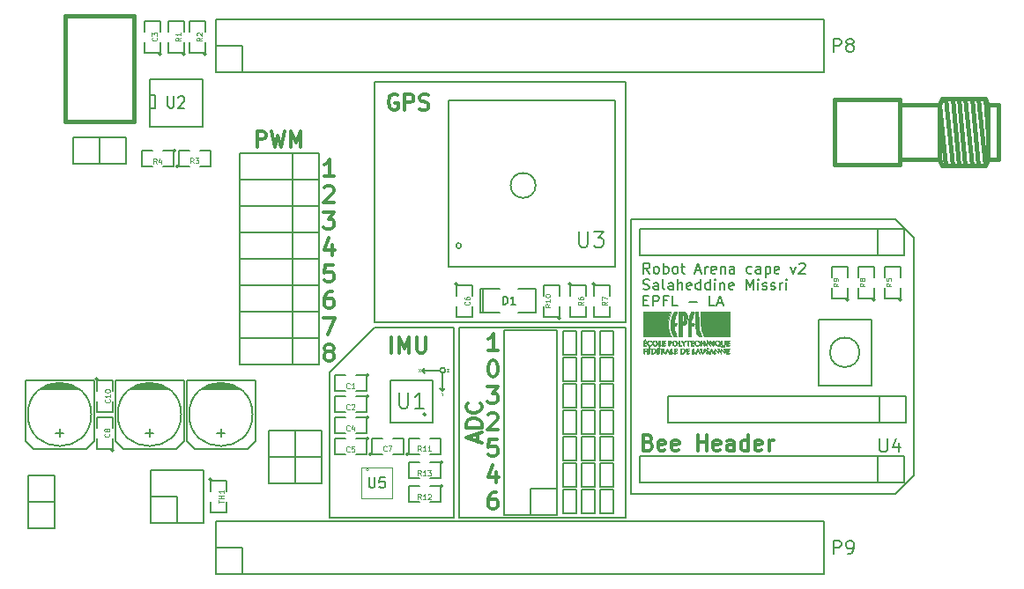
<source format=gto>
%FSLAX46Y46*%
G04 Gerber Fmt 4.6, Leading zero omitted, Abs format (unit mm)*
G04 Created by KiCad (PCBNEW (2014-09-22 BZR 5144)-product) date Sat 29 Nov 2014 08:33:21 PM CET*
%MOMM*%
G01*
G04 APERTURE LIST*
%ADD10C,0.100000*%
%ADD11C,0.200000*%
%ADD12C,0.300000*%
%ADD13C,0.152400*%
%ADD14C,0.150000*%
%ADD15C,0.381000*%
%ADD16C,0.050000*%
%ADD17C,0.203200*%
%ADD18C,0.109220*%
%ADD19C,0.127000*%
%ADD20C,0.030000*%
G04 APERTURE END LIST*
D10*
D11*
X135890000Y-73914000D02*
X137922000Y-73914000D01*
X135890000Y-97028000D02*
X135890000Y-73914000D01*
X137922000Y-97028000D02*
X135890000Y-97028000D01*
X131572000Y-115824000D02*
X131572000Y-114808000D01*
X143510000Y-115824000D02*
X131572000Y-115824000D01*
X143510000Y-114808000D02*
X143510000Y-115824000D01*
X135890000Y-97536000D02*
X134874000Y-98552000D01*
X143510000Y-97536000D02*
X135890000Y-97536000D01*
X143510000Y-98552000D02*
X143510000Y-97536000D01*
X160020000Y-73914000D02*
X144526000Y-73914000D01*
X160020000Y-74168000D02*
X160020000Y-73914000D01*
X160020000Y-86614000D02*
X160020000Y-74168000D01*
X160528000Y-87122000D02*
X162052000Y-87122000D01*
X160528000Y-88900000D02*
X160528000Y-87122000D01*
X160020000Y-86614000D02*
X160020000Y-88138000D01*
X160528000Y-113538000D02*
X160528000Y-88646000D01*
X161036000Y-113538000D02*
X160528000Y-113538000D01*
X185928000Y-113538000D02*
X161036000Y-113538000D01*
X187706000Y-111760000D02*
X185928000Y-113538000D01*
X187706000Y-88900000D02*
X187706000Y-111760000D01*
X185928000Y-87122000D02*
X187706000Y-88900000D01*
X162052000Y-87122000D02*
X185928000Y-87122000D01*
X144018000Y-97536000D02*
X146050000Y-97536000D01*
X144018000Y-115824000D02*
X144018000Y-97536000D01*
X160020000Y-115824000D02*
X144018000Y-115824000D01*
X160020000Y-97536000D02*
X160020000Y-115824000D01*
X146050000Y-97536000D02*
X160020000Y-97536000D01*
X131572000Y-101854000D02*
X134874000Y-98552000D01*
X137922000Y-97028000D02*
X148844000Y-97028000D01*
X138430000Y-73914000D02*
X137922000Y-73914000D01*
X141986000Y-73914000D02*
X138430000Y-73914000D01*
X142240000Y-73914000D02*
X141986000Y-73914000D01*
X144526000Y-73914000D02*
X142240000Y-73914000D01*
X160020000Y-97028000D02*
X160020000Y-88138000D01*
X148844000Y-97028000D02*
X160020000Y-97028000D01*
X131572000Y-114808000D02*
X131572000Y-101854000D01*
X143510000Y-98552000D02*
X143510000Y-114808000D01*
D12*
X162251144Y-108604857D02*
X162465430Y-108676286D01*
X162536858Y-108747714D01*
X162608287Y-108890571D01*
X162608287Y-109104857D01*
X162536858Y-109247714D01*
X162465430Y-109319143D01*
X162322572Y-109390571D01*
X161751144Y-109390571D01*
X161751144Y-107890571D01*
X162251144Y-107890571D01*
X162394001Y-107962000D01*
X162465430Y-108033429D01*
X162536858Y-108176286D01*
X162536858Y-108319143D01*
X162465430Y-108462000D01*
X162394001Y-108533429D01*
X162251144Y-108604857D01*
X161751144Y-108604857D01*
X163822572Y-109319143D02*
X163679715Y-109390571D01*
X163394001Y-109390571D01*
X163251144Y-109319143D01*
X163179715Y-109176286D01*
X163179715Y-108604857D01*
X163251144Y-108462000D01*
X163394001Y-108390571D01*
X163679715Y-108390571D01*
X163822572Y-108462000D01*
X163894001Y-108604857D01*
X163894001Y-108747714D01*
X163179715Y-108890571D01*
X165108286Y-109319143D02*
X164965429Y-109390571D01*
X164679715Y-109390571D01*
X164536858Y-109319143D01*
X164465429Y-109176286D01*
X164465429Y-108604857D01*
X164536858Y-108462000D01*
X164679715Y-108390571D01*
X164965429Y-108390571D01*
X165108286Y-108462000D01*
X165179715Y-108604857D01*
X165179715Y-108747714D01*
X164465429Y-108890571D01*
X166965429Y-109390571D02*
X166965429Y-107890571D01*
X166965429Y-108604857D02*
X167822572Y-108604857D01*
X167822572Y-109390571D02*
X167822572Y-107890571D01*
X169108286Y-109319143D02*
X168965429Y-109390571D01*
X168679715Y-109390571D01*
X168536858Y-109319143D01*
X168465429Y-109176286D01*
X168465429Y-108604857D01*
X168536858Y-108462000D01*
X168679715Y-108390571D01*
X168965429Y-108390571D01*
X169108286Y-108462000D01*
X169179715Y-108604857D01*
X169179715Y-108747714D01*
X168465429Y-108890571D01*
X170465429Y-109390571D02*
X170465429Y-108604857D01*
X170394000Y-108462000D01*
X170251143Y-108390571D01*
X169965429Y-108390571D01*
X169822572Y-108462000D01*
X170465429Y-109319143D02*
X170322572Y-109390571D01*
X169965429Y-109390571D01*
X169822572Y-109319143D01*
X169751143Y-109176286D01*
X169751143Y-109033429D01*
X169822572Y-108890571D01*
X169965429Y-108819143D01*
X170322572Y-108819143D01*
X170465429Y-108747714D01*
X171822572Y-109390571D02*
X171822572Y-107890571D01*
X171822572Y-109319143D02*
X171679715Y-109390571D01*
X171394001Y-109390571D01*
X171251143Y-109319143D01*
X171179715Y-109247714D01*
X171108286Y-109104857D01*
X171108286Y-108676286D01*
X171179715Y-108533429D01*
X171251143Y-108462000D01*
X171394001Y-108390571D01*
X171679715Y-108390571D01*
X171822572Y-108462000D01*
X173108286Y-109319143D02*
X172965429Y-109390571D01*
X172679715Y-109390571D01*
X172536858Y-109319143D01*
X172465429Y-109176286D01*
X172465429Y-108604857D01*
X172536858Y-108462000D01*
X172679715Y-108390571D01*
X172965429Y-108390571D01*
X173108286Y-108462000D01*
X173179715Y-108604857D01*
X173179715Y-108747714D01*
X172465429Y-108890571D01*
X173822572Y-109390571D02*
X173822572Y-108390571D01*
X173822572Y-108676286D02*
X173894000Y-108533429D01*
X173965429Y-108462000D01*
X174108286Y-108390571D01*
X174251143Y-108390571D01*
X137549143Y-99992571D02*
X137549143Y-98492571D01*
X138263429Y-99992571D02*
X138263429Y-98492571D01*
X138763429Y-99564000D01*
X139263429Y-98492571D01*
X139263429Y-99992571D01*
X139977715Y-98492571D02*
X139977715Y-99706857D01*
X140049143Y-99849714D01*
X140120572Y-99921143D01*
X140263429Y-99992571D01*
X140549143Y-99992571D01*
X140692001Y-99921143D01*
X140763429Y-99849714D01*
X140834858Y-99706857D01*
X140834858Y-98492571D01*
X138120572Y-75196000D02*
X137977715Y-75124571D01*
X137763429Y-75124571D01*
X137549144Y-75196000D01*
X137406286Y-75338857D01*
X137334858Y-75481714D01*
X137263429Y-75767429D01*
X137263429Y-75981714D01*
X137334858Y-76267429D01*
X137406286Y-76410286D01*
X137549144Y-76553143D01*
X137763429Y-76624571D01*
X137906286Y-76624571D01*
X138120572Y-76553143D01*
X138192001Y-76481714D01*
X138192001Y-75981714D01*
X137906286Y-75981714D01*
X138834858Y-76624571D02*
X138834858Y-75124571D01*
X139406286Y-75124571D01*
X139549144Y-75196000D01*
X139620572Y-75267429D01*
X139692001Y-75410286D01*
X139692001Y-75624571D01*
X139620572Y-75767429D01*
X139549144Y-75838857D01*
X139406286Y-75910286D01*
X138834858Y-75910286D01*
X140263429Y-76553143D02*
X140477715Y-76624571D01*
X140834858Y-76624571D01*
X140977715Y-76553143D01*
X141049144Y-76481714D01*
X141120572Y-76338857D01*
X141120572Y-76196000D01*
X141049144Y-76053143D01*
X140977715Y-75981714D01*
X140834858Y-75910286D01*
X140549144Y-75838857D01*
X140406286Y-75767429D01*
X140334858Y-75696000D01*
X140263429Y-75553143D01*
X140263429Y-75410286D01*
X140334858Y-75267429D01*
X140406286Y-75196000D01*
X140549144Y-75124571D01*
X140906286Y-75124571D01*
X141120572Y-75196000D01*
X145792000Y-108537143D02*
X145792000Y-107822857D01*
X146220571Y-108680000D02*
X144720571Y-108180000D01*
X146220571Y-107680000D01*
X146220571Y-107180000D02*
X144720571Y-107180000D01*
X144720571Y-106822857D01*
X144792000Y-106608572D01*
X144934857Y-106465714D01*
X145077714Y-106394286D01*
X145363429Y-106322857D01*
X145577714Y-106322857D01*
X145863429Y-106394286D01*
X146006286Y-106465714D01*
X146149143Y-106608572D01*
X146220571Y-106822857D01*
X146220571Y-107180000D01*
X146077714Y-104822857D02*
X146149143Y-104894286D01*
X146220571Y-105108572D01*
X146220571Y-105251429D01*
X146149143Y-105465714D01*
X146006286Y-105608572D01*
X145863429Y-105680000D01*
X145577714Y-105751429D01*
X145363429Y-105751429D01*
X145077714Y-105680000D01*
X144934857Y-105608572D01*
X144792000Y-105465714D01*
X144720571Y-105251429D01*
X144720571Y-105108572D01*
X144792000Y-104894286D01*
X144863429Y-104822857D01*
X147777143Y-99783810D02*
X146862857Y-99783810D01*
X147320000Y-99783810D02*
X147320000Y-98183810D01*
X147167619Y-98412381D01*
X147015238Y-98564762D01*
X146862857Y-98640952D01*
X147243809Y-100723810D02*
X147396190Y-100723810D01*
X147548571Y-100800000D01*
X147624762Y-100876190D01*
X147700952Y-101028571D01*
X147777143Y-101333333D01*
X147777143Y-101714286D01*
X147700952Y-102019048D01*
X147624762Y-102171429D01*
X147548571Y-102247619D01*
X147396190Y-102323810D01*
X147243809Y-102323810D01*
X147091428Y-102247619D01*
X147015238Y-102171429D01*
X146939047Y-102019048D01*
X146862857Y-101714286D01*
X146862857Y-101333333D01*
X146939047Y-101028571D01*
X147015238Y-100876190D01*
X147091428Y-100800000D01*
X147243809Y-100723810D01*
X146786666Y-103263810D02*
X147777143Y-103263810D01*
X147243809Y-103873333D01*
X147472381Y-103873333D01*
X147624762Y-103949524D01*
X147700952Y-104025714D01*
X147777143Y-104178095D01*
X147777143Y-104559048D01*
X147700952Y-104711429D01*
X147624762Y-104787619D01*
X147472381Y-104863810D01*
X147015238Y-104863810D01*
X146862857Y-104787619D01*
X146786666Y-104711429D01*
X146862857Y-105956190D02*
X146939047Y-105880000D01*
X147091428Y-105803810D01*
X147472381Y-105803810D01*
X147624762Y-105880000D01*
X147700952Y-105956190D01*
X147777143Y-106108571D01*
X147777143Y-106260952D01*
X147700952Y-106489524D01*
X146786666Y-107403810D01*
X147777143Y-107403810D01*
X147700952Y-108343810D02*
X146939047Y-108343810D01*
X146862857Y-109105714D01*
X146939047Y-109029524D01*
X147091428Y-108953333D01*
X147472381Y-108953333D01*
X147624762Y-109029524D01*
X147700952Y-109105714D01*
X147777143Y-109258095D01*
X147777143Y-109639048D01*
X147700952Y-109791429D01*
X147624762Y-109867619D01*
X147472381Y-109943810D01*
X147091428Y-109943810D01*
X146939047Y-109867619D01*
X146862857Y-109791429D01*
X147624762Y-111417143D02*
X147624762Y-112483810D01*
X147243809Y-110807619D02*
X146862857Y-111950476D01*
X147853333Y-111950476D01*
X147624762Y-113423810D02*
X147320000Y-113423810D01*
X147167619Y-113500000D01*
X147091428Y-113576190D01*
X146939047Y-113804762D01*
X146862857Y-114109524D01*
X146862857Y-114719048D01*
X146939047Y-114871429D01*
X147015238Y-114947619D01*
X147167619Y-115023810D01*
X147472381Y-115023810D01*
X147624762Y-114947619D01*
X147700952Y-114871429D01*
X147777143Y-114719048D01*
X147777143Y-114338095D01*
X147700952Y-114185714D01*
X147624762Y-114109524D01*
X147472381Y-114033333D01*
X147167619Y-114033333D01*
X147015238Y-114109524D01*
X146939047Y-114185714D01*
X146862857Y-114338095D01*
X132029143Y-83019810D02*
X131114857Y-83019810D01*
X131572000Y-83019810D02*
X131572000Y-81419810D01*
X131419619Y-81648381D01*
X131267238Y-81800762D01*
X131114857Y-81876952D01*
X131114857Y-84112190D02*
X131191047Y-84036000D01*
X131343428Y-83959810D01*
X131724381Y-83959810D01*
X131876762Y-84036000D01*
X131952952Y-84112190D01*
X132029143Y-84264571D01*
X132029143Y-84416952D01*
X131952952Y-84645524D01*
X131038666Y-85559810D01*
X132029143Y-85559810D01*
X131038666Y-86499810D02*
X132029143Y-86499810D01*
X131495809Y-87109333D01*
X131724381Y-87109333D01*
X131876762Y-87185524D01*
X131952952Y-87261714D01*
X132029143Y-87414095D01*
X132029143Y-87795048D01*
X131952952Y-87947429D01*
X131876762Y-88023619D01*
X131724381Y-88099810D01*
X131267238Y-88099810D01*
X131114857Y-88023619D01*
X131038666Y-87947429D01*
X131876762Y-89573143D02*
X131876762Y-90639810D01*
X131495809Y-88963619D02*
X131114857Y-90106476D01*
X132105333Y-90106476D01*
X131952952Y-91579810D02*
X131191047Y-91579810D01*
X131114857Y-92341714D01*
X131191047Y-92265524D01*
X131343428Y-92189333D01*
X131724381Y-92189333D01*
X131876762Y-92265524D01*
X131952952Y-92341714D01*
X132029143Y-92494095D01*
X132029143Y-92875048D01*
X131952952Y-93027429D01*
X131876762Y-93103619D01*
X131724381Y-93179810D01*
X131343428Y-93179810D01*
X131191047Y-93103619D01*
X131114857Y-93027429D01*
X131876762Y-94119810D02*
X131572000Y-94119810D01*
X131419619Y-94196000D01*
X131343428Y-94272190D01*
X131191047Y-94500762D01*
X131114857Y-94805524D01*
X131114857Y-95415048D01*
X131191047Y-95567429D01*
X131267238Y-95643619D01*
X131419619Y-95719810D01*
X131724381Y-95719810D01*
X131876762Y-95643619D01*
X131952952Y-95567429D01*
X132029143Y-95415048D01*
X132029143Y-95034095D01*
X131952952Y-94881714D01*
X131876762Y-94805524D01*
X131724381Y-94729333D01*
X131419619Y-94729333D01*
X131267238Y-94805524D01*
X131191047Y-94881714D01*
X131114857Y-95034095D01*
X131038666Y-96659810D02*
X132105333Y-96659810D01*
X131419619Y-98259810D01*
X131419619Y-99885524D02*
X131267238Y-99809333D01*
X131191047Y-99733143D01*
X131114857Y-99580762D01*
X131114857Y-99504571D01*
X131191047Y-99352190D01*
X131267238Y-99276000D01*
X131419619Y-99199810D01*
X131724381Y-99199810D01*
X131876762Y-99276000D01*
X131952952Y-99352190D01*
X132029143Y-99504571D01*
X132029143Y-99580762D01*
X131952952Y-99733143D01*
X131876762Y-99809333D01*
X131724381Y-99885524D01*
X131419619Y-99885524D01*
X131267238Y-99961714D01*
X131191047Y-100037905D01*
X131114857Y-100190286D01*
X131114857Y-100495048D01*
X131191047Y-100647429D01*
X131267238Y-100723619D01*
X131419619Y-100799810D01*
X131724381Y-100799810D01*
X131876762Y-100723619D01*
X131952952Y-100647429D01*
X132029143Y-100495048D01*
X132029143Y-100190286D01*
X131952952Y-100037905D01*
X131876762Y-99961714D01*
X131724381Y-99885524D01*
X124638857Y-80180571D02*
X124638857Y-78680571D01*
X125210285Y-78680571D01*
X125353143Y-78752000D01*
X125424571Y-78823429D01*
X125496000Y-78966286D01*
X125496000Y-79180571D01*
X125424571Y-79323429D01*
X125353143Y-79394857D01*
X125210285Y-79466286D01*
X124638857Y-79466286D01*
X125996000Y-78680571D02*
X126353143Y-80180571D01*
X126638857Y-79109143D01*
X126924571Y-80180571D01*
X127281714Y-78680571D01*
X127853143Y-80180571D02*
X127853143Y-78680571D01*
X128353143Y-79752000D01*
X128853143Y-78680571D01*
X128853143Y-80180571D01*
D13*
X162353524Y-92371981D02*
X162020190Y-91895790D01*
X161782095Y-92371981D02*
X161782095Y-91371981D01*
X162163048Y-91371981D01*
X162258286Y-91419600D01*
X162305905Y-91467219D01*
X162353524Y-91562457D01*
X162353524Y-91705314D01*
X162305905Y-91800552D01*
X162258286Y-91848171D01*
X162163048Y-91895790D01*
X161782095Y-91895790D01*
X162924952Y-92371981D02*
X162829714Y-92324362D01*
X162782095Y-92276743D01*
X162734476Y-92181505D01*
X162734476Y-91895790D01*
X162782095Y-91800552D01*
X162829714Y-91752933D01*
X162924952Y-91705314D01*
X163067810Y-91705314D01*
X163163048Y-91752933D01*
X163210667Y-91800552D01*
X163258286Y-91895790D01*
X163258286Y-92181505D01*
X163210667Y-92276743D01*
X163163048Y-92324362D01*
X163067810Y-92371981D01*
X162924952Y-92371981D01*
X163686857Y-92371981D02*
X163686857Y-91371981D01*
X163686857Y-91752933D02*
X163782095Y-91705314D01*
X163972572Y-91705314D01*
X164067810Y-91752933D01*
X164115429Y-91800552D01*
X164163048Y-91895790D01*
X164163048Y-92181505D01*
X164115429Y-92276743D01*
X164067810Y-92324362D01*
X163972572Y-92371981D01*
X163782095Y-92371981D01*
X163686857Y-92324362D01*
X164734476Y-92371981D02*
X164639238Y-92324362D01*
X164591619Y-92276743D01*
X164544000Y-92181505D01*
X164544000Y-91895790D01*
X164591619Y-91800552D01*
X164639238Y-91752933D01*
X164734476Y-91705314D01*
X164877334Y-91705314D01*
X164972572Y-91752933D01*
X165020191Y-91800552D01*
X165067810Y-91895790D01*
X165067810Y-92181505D01*
X165020191Y-92276743D01*
X164972572Y-92324362D01*
X164877334Y-92371981D01*
X164734476Y-92371981D01*
X165353524Y-91705314D02*
X165734476Y-91705314D01*
X165496381Y-91371981D02*
X165496381Y-92229124D01*
X165544000Y-92324362D01*
X165639238Y-92371981D01*
X165734476Y-92371981D01*
X166782096Y-92086267D02*
X167258287Y-92086267D01*
X166686858Y-92371981D02*
X167020191Y-91371981D01*
X167353525Y-92371981D01*
X167686858Y-92371981D02*
X167686858Y-91705314D01*
X167686858Y-91895790D02*
X167734477Y-91800552D01*
X167782096Y-91752933D01*
X167877334Y-91705314D01*
X167972573Y-91705314D01*
X168686859Y-92324362D02*
X168591621Y-92371981D01*
X168401144Y-92371981D01*
X168305906Y-92324362D01*
X168258287Y-92229124D01*
X168258287Y-91848171D01*
X168305906Y-91752933D01*
X168401144Y-91705314D01*
X168591621Y-91705314D01*
X168686859Y-91752933D01*
X168734478Y-91848171D01*
X168734478Y-91943410D01*
X168258287Y-92038648D01*
X169163049Y-91705314D02*
X169163049Y-92371981D01*
X169163049Y-91800552D02*
X169210668Y-91752933D01*
X169305906Y-91705314D01*
X169448764Y-91705314D01*
X169544002Y-91752933D01*
X169591621Y-91848171D01*
X169591621Y-92371981D01*
X170496383Y-92371981D02*
X170496383Y-91848171D01*
X170448764Y-91752933D01*
X170353526Y-91705314D01*
X170163049Y-91705314D01*
X170067811Y-91752933D01*
X170496383Y-92324362D02*
X170401145Y-92371981D01*
X170163049Y-92371981D01*
X170067811Y-92324362D01*
X170020192Y-92229124D01*
X170020192Y-92133886D01*
X170067811Y-92038648D01*
X170163049Y-91991029D01*
X170401145Y-91991029D01*
X170496383Y-91943410D01*
X172163050Y-92324362D02*
X172067812Y-92371981D01*
X171877335Y-92371981D01*
X171782097Y-92324362D01*
X171734478Y-92276743D01*
X171686859Y-92181505D01*
X171686859Y-91895790D01*
X171734478Y-91800552D01*
X171782097Y-91752933D01*
X171877335Y-91705314D01*
X172067812Y-91705314D01*
X172163050Y-91752933D01*
X173020193Y-92371981D02*
X173020193Y-91848171D01*
X172972574Y-91752933D01*
X172877336Y-91705314D01*
X172686859Y-91705314D01*
X172591621Y-91752933D01*
X173020193Y-92324362D02*
X172924955Y-92371981D01*
X172686859Y-92371981D01*
X172591621Y-92324362D01*
X172544002Y-92229124D01*
X172544002Y-92133886D01*
X172591621Y-92038648D01*
X172686859Y-91991029D01*
X172924955Y-91991029D01*
X173020193Y-91943410D01*
X173496383Y-91705314D02*
X173496383Y-92705314D01*
X173496383Y-91752933D02*
X173591621Y-91705314D01*
X173782098Y-91705314D01*
X173877336Y-91752933D01*
X173924955Y-91800552D01*
X173972574Y-91895790D01*
X173972574Y-92181505D01*
X173924955Y-92276743D01*
X173877336Y-92324362D01*
X173782098Y-92371981D01*
X173591621Y-92371981D01*
X173496383Y-92324362D01*
X174782098Y-92324362D02*
X174686860Y-92371981D01*
X174496383Y-92371981D01*
X174401145Y-92324362D01*
X174353526Y-92229124D01*
X174353526Y-91848171D01*
X174401145Y-91752933D01*
X174496383Y-91705314D01*
X174686860Y-91705314D01*
X174782098Y-91752933D01*
X174829717Y-91848171D01*
X174829717Y-91943410D01*
X174353526Y-92038648D01*
X175924955Y-91705314D02*
X176163050Y-92371981D01*
X176401146Y-91705314D01*
X176734479Y-91467219D02*
X176782098Y-91419600D01*
X176877336Y-91371981D01*
X177115432Y-91371981D01*
X177210670Y-91419600D01*
X177258289Y-91467219D01*
X177305908Y-91562457D01*
X177305908Y-91657695D01*
X177258289Y-91800552D01*
X176686860Y-92371981D01*
X177305908Y-92371981D01*
X161734476Y-93876762D02*
X161877333Y-93924381D01*
X162115429Y-93924381D01*
X162210667Y-93876762D01*
X162258286Y-93829143D01*
X162305905Y-93733905D01*
X162305905Y-93638667D01*
X162258286Y-93543429D01*
X162210667Y-93495810D01*
X162115429Y-93448190D01*
X161924952Y-93400571D01*
X161829714Y-93352952D01*
X161782095Y-93305333D01*
X161734476Y-93210095D01*
X161734476Y-93114857D01*
X161782095Y-93019619D01*
X161829714Y-92972000D01*
X161924952Y-92924381D01*
X162163048Y-92924381D01*
X162305905Y-92972000D01*
X163163048Y-93924381D02*
X163163048Y-93400571D01*
X163115429Y-93305333D01*
X163020191Y-93257714D01*
X162829714Y-93257714D01*
X162734476Y-93305333D01*
X163163048Y-93876762D02*
X163067810Y-93924381D01*
X162829714Y-93924381D01*
X162734476Y-93876762D01*
X162686857Y-93781524D01*
X162686857Y-93686286D01*
X162734476Y-93591048D01*
X162829714Y-93543429D01*
X163067810Y-93543429D01*
X163163048Y-93495810D01*
X163782095Y-93924381D02*
X163686857Y-93876762D01*
X163639238Y-93781524D01*
X163639238Y-92924381D01*
X164591620Y-93924381D02*
X164591620Y-93400571D01*
X164544001Y-93305333D01*
X164448763Y-93257714D01*
X164258286Y-93257714D01*
X164163048Y-93305333D01*
X164591620Y-93876762D02*
X164496382Y-93924381D01*
X164258286Y-93924381D01*
X164163048Y-93876762D01*
X164115429Y-93781524D01*
X164115429Y-93686286D01*
X164163048Y-93591048D01*
X164258286Y-93543429D01*
X164496382Y-93543429D01*
X164591620Y-93495810D01*
X165067810Y-93924381D02*
X165067810Y-92924381D01*
X165496382Y-93924381D02*
X165496382Y-93400571D01*
X165448763Y-93305333D01*
X165353525Y-93257714D01*
X165210667Y-93257714D01*
X165115429Y-93305333D01*
X165067810Y-93352952D01*
X166353525Y-93876762D02*
X166258287Y-93924381D01*
X166067810Y-93924381D01*
X165972572Y-93876762D01*
X165924953Y-93781524D01*
X165924953Y-93400571D01*
X165972572Y-93305333D01*
X166067810Y-93257714D01*
X166258287Y-93257714D01*
X166353525Y-93305333D01*
X166401144Y-93400571D01*
X166401144Y-93495810D01*
X165924953Y-93591048D01*
X167258287Y-93924381D02*
X167258287Y-92924381D01*
X167258287Y-93876762D02*
X167163049Y-93924381D01*
X166972572Y-93924381D01*
X166877334Y-93876762D01*
X166829715Y-93829143D01*
X166782096Y-93733905D01*
X166782096Y-93448190D01*
X166829715Y-93352952D01*
X166877334Y-93305333D01*
X166972572Y-93257714D01*
X167163049Y-93257714D01*
X167258287Y-93305333D01*
X168163049Y-93924381D02*
X168163049Y-92924381D01*
X168163049Y-93876762D02*
X168067811Y-93924381D01*
X167877334Y-93924381D01*
X167782096Y-93876762D01*
X167734477Y-93829143D01*
X167686858Y-93733905D01*
X167686858Y-93448190D01*
X167734477Y-93352952D01*
X167782096Y-93305333D01*
X167877334Y-93257714D01*
X168067811Y-93257714D01*
X168163049Y-93305333D01*
X168639239Y-93924381D02*
X168639239Y-93257714D01*
X168639239Y-92924381D02*
X168591620Y-92972000D01*
X168639239Y-93019619D01*
X168686858Y-92972000D01*
X168639239Y-92924381D01*
X168639239Y-93019619D01*
X169115429Y-93257714D02*
X169115429Y-93924381D01*
X169115429Y-93352952D02*
X169163048Y-93305333D01*
X169258286Y-93257714D01*
X169401144Y-93257714D01*
X169496382Y-93305333D01*
X169544001Y-93400571D01*
X169544001Y-93924381D01*
X170401144Y-93876762D02*
X170305906Y-93924381D01*
X170115429Y-93924381D01*
X170020191Y-93876762D01*
X169972572Y-93781524D01*
X169972572Y-93400571D01*
X170020191Y-93305333D01*
X170115429Y-93257714D01*
X170305906Y-93257714D01*
X170401144Y-93305333D01*
X170448763Y-93400571D01*
X170448763Y-93495810D01*
X169972572Y-93591048D01*
X171639239Y-93924381D02*
X171639239Y-92924381D01*
X171972573Y-93638667D01*
X172305906Y-92924381D01*
X172305906Y-93924381D01*
X172782096Y-93924381D02*
X172782096Y-93257714D01*
X172782096Y-92924381D02*
X172734477Y-92972000D01*
X172782096Y-93019619D01*
X172829715Y-92972000D01*
X172782096Y-92924381D01*
X172782096Y-93019619D01*
X173210667Y-93876762D02*
X173305905Y-93924381D01*
X173496381Y-93924381D01*
X173591620Y-93876762D01*
X173639239Y-93781524D01*
X173639239Y-93733905D01*
X173591620Y-93638667D01*
X173496381Y-93591048D01*
X173353524Y-93591048D01*
X173258286Y-93543429D01*
X173210667Y-93448190D01*
X173210667Y-93400571D01*
X173258286Y-93305333D01*
X173353524Y-93257714D01*
X173496381Y-93257714D01*
X173591620Y-93305333D01*
X174020191Y-93876762D02*
X174115429Y-93924381D01*
X174305905Y-93924381D01*
X174401144Y-93876762D01*
X174448763Y-93781524D01*
X174448763Y-93733905D01*
X174401144Y-93638667D01*
X174305905Y-93591048D01*
X174163048Y-93591048D01*
X174067810Y-93543429D01*
X174020191Y-93448190D01*
X174020191Y-93400571D01*
X174067810Y-93305333D01*
X174163048Y-93257714D01*
X174305905Y-93257714D01*
X174401144Y-93305333D01*
X174877334Y-93924381D02*
X174877334Y-93257714D01*
X174877334Y-93448190D02*
X174924953Y-93352952D01*
X174972572Y-93305333D01*
X175067810Y-93257714D01*
X175163049Y-93257714D01*
X175496382Y-93924381D02*
X175496382Y-93257714D01*
X175496382Y-92924381D02*
X175448763Y-92972000D01*
X175496382Y-93019619D01*
X175544001Y-92972000D01*
X175496382Y-92924381D01*
X175496382Y-93019619D01*
X161782095Y-94952971D02*
X162115429Y-94952971D01*
X162258286Y-95476781D02*
X161782095Y-95476781D01*
X161782095Y-94476781D01*
X162258286Y-94476781D01*
X162686857Y-95476781D02*
X162686857Y-94476781D01*
X163067810Y-94476781D01*
X163163048Y-94524400D01*
X163210667Y-94572019D01*
X163258286Y-94667257D01*
X163258286Y-94810114D01*
X163210667Y-94905352D01*
X163163048Y-94952971D01*
X163067810Y-95000590D01*
X162686857Y-95000590D01*
X164020191Y-94952971D02*
X163686857Y-94952971D01*
X163686857Y-95476781D02*
X163686857Y-94476781D01*
X164163048Y-94476781D01*
X165020191Y-95476781D02*
X164544000Y-95476781D01*
X164544000Y-94476781D01*
X166115429Y-95095829D02*
X166877334Y-95095829D01*
X168591620Y-95476781D02*
X168115429Y-95476781D01*
X168115429Y-94476781D01*
X168877334Y-95191067D02*
X169353525Y-95191067D01*
X168782096Y-95476781D02*
X169115429Y-94476781D01*
X169448763Y-95476781D01*
D14*
X184309000Y-109884000D02*
X161449000Y-109884000D01*
X161449000Y-109884000D02*
X161449000Y-112424000D01*
X161449000Y-112424000D02*
X186849000Y-112424000D01*
X186849000Y-112424000D02*
X186849000Y-109884000D01*
X186849000Y-109884000D02*
X184309000Y-109884000D01*
X184309000Y-109884000D02*
X184309000Y-112424000D01*
X186849000Y-88109000D02*
X184309000Y-88109000D01*
X186849000Y-90649000D02*
X186849000Y-88109000D01*
X184309000Y-90649000D02*
X184309000Y-88109000D01*
X186849000Y-90649000D02*
X184309000Y-90649000D01*
X161449000Y-88109000D02*
X184309000Y-88109000D01*
X161449000Y-90649000D02*
X161449000Y-88109000D01*
X184309000Y-90649000D02*
X161449000Y-90649000D01*
X184309000Y-90649000D02*
X161449000Y-90649000D01*
X161449000Y-90649000D02*
X161449000Y-88109000D01*
X161449000Y-88109000D02*
X184309000Y-88109000D01*
X186849000Y-90649000D02*
X184309000Y-90649000D01*
X184309000Y-90649000D02*
X184309000Y-88109000D01*
X186849000Y-90649000D02*
X186849000Y-88109000D01*
X186849000Y-88109000D02*
X184309000Y-88109000D01*
X144252000Y-89694000D02*
G75*
G03X144252000Y-89694000I-250000J0D01*
G74*
G01*
X151402000Y-83894000D02*
G75*
G03X151402000Y-83894000I-1200000J0D01*
G74*
G01*
X143129000Y-91694000D02*
X143002000Y-91694000D01*
X143129000Y-91694000D02*
X159004000Y-91694000D01*
X159002000Y-91694000D02*
X159002000Y-75694000D01*
X159002000Y-75694000D02*
X143002000Y-75694000D01*
X143002000Y-75694000D02*
X143002000Y-91694000D01*
X179070000Y-116205000D02*
X120650000Y-116205000D01*
X179070000Y-121285000D02*
X123190000Y-121285000D01*
X179070000Y-116205000D02*
X179070000Y-121285000D01*
X120650000Y-116205000D02*
X120650000Y-118745000D01*
X120650000Y-121285000D02*
X123190000Y-121285000D01*
X120650000Y-118745000D02*
X123190000Y-118745000D01*
X123190000Y-118745000D02*
X123190000Y-121285000D01*
X120650000Y-121285000D02*
X120650000Y-118745000D01*
X179070000Y-67945000D02*
X120650000Y-67945000D01*
X179070000Y-73025000D02*
X123190000Y-73025000D01*
X179070000Y-67945000D02*
X179070000Y-73025000D01*
X120650000Y-67945000D02*
X120650000Y-70485000D01*
X120650000Y-73025000D02*
X123190000Y-73025000D01*
X120650000Y-70485000D02*
X123190000Y-70485000D01*
X123190000Y-70485000D02*
X123190000Y-73025000D01*
X120650000Y-73025000D02*
X120650000Y-70485000D01*
D10*
G36*
X162009666Y-99796870D02*
X161978743Y-99838253D01*
X161920280Y-99833031D01*
X161861040Y-99825770D01*
X161846153Y-99862075D01*
X161860144Y-99942828D01*
X161871728Y-100037707D01*
X161845787Y-100073729D01*
X161826290Y-100076000D01*
X161787599Y-100052503D01*
X161763219Y-99972652D01*
X161748870Y-99822405D01*
X161748843Y-99821922D01*
X161734500Y-99567845D01*
X161872083Y-99567922D01*
X161965744Y-99578302D01*
X162009277Y-99603478D01*
X162009666Y-99606370D01*
X161975953Y-99628145D01*
X161924999Y-99622599D01*
X161855631Y-99625421D01*
X161840333Y-99668895D01*
X161875625Y-99725897D01*
X161925000Y-99737333D01*
X161993653Y-99762132D01*
X162009666Y-99796870D01*
X162009666Y-99796870D01*
X162009666Y-99796870D01*
G37*
X162009666Y-99796870D02*
X161978743Y-99838253D01*
X161920280Y-99833031D01*
X161861040Y-99825770D01*
X161846153Y-99862075D01*
X161860144Y-99942828D01*
X161871728Y-100037707D01*
X161845787Y-100073729D01*
X161826290Y-100076000D01*
X161787599Y-100052503D01*
X161763219Y-99972652D01*
X161748870Y-99822405D01*
X161748843Y-99821922D01*
X161734500Y-99567845D01*
X161872083Y-99567922D01*
X161965744Y-99578302D01*
X162009277Y-99603478D01*
X162009666Y-99606370D01*
X161975953Y-99628145D01*
X161924999Y-99622599D01*
X161855631Y-99625421D01*
X161840333Y-99668895D01*
X161875625Y-99725897D01*
X161925000Y-99737333D01*
X161993653Y-99762132D01*
X162009666Y-99796870D01*
X162009666Y-99796870D01*
G36*
X162390666Y-99613186D02*
X162357708Y-99639110D01*
X162306000Y-99631500D01*
X162237338Y-99628539D01*
X162221333Y-99670980D01*
X162253975Y-99728916D01*
X162284833Y-99737333D01*
X162340973Y-99770539D01*
X162348333Y-99799504D01*
X162320284Y-99842212D01*
X162284833Y-99837308D01*
X162234255Y-99843406D01*
X162221333Y-99907074D01*
X162237429Y-99975775D01*
X162299519Y-99980639D01*
X162308417Y-99978435D01*
X162373524Y-99977174D01*
X162379240Y-100005247D01*
X162329737Y-100044664D01*
X162239239Y-100067309D01*
X162115500Y-100079785D01*
X162115500Y-99823892D01*
X162115500Y-99568000D01*
X162253083Y-99568000D01*
X162346716Y-99580152D01*
X162390270Y-99609753D01*
X162390666Y-99613186D01*
X162390666Y-99613186D01*
X162390666Y-99613186D01*
G37*
X162390666Y-99613186D02*
X162357708Y-99639110D01*
X162306000Y-99631500D01*
X162237338Y-99628539D01*
X162221333Y-99670980D01*
X162253975Y-99728916D01*
X162284833Y-99737333D01*
X162340973Y-99770539D01*
X162348333Y-99799504D01*
X162320284Y-99842212D01*
X162284833Y-99837308D01*
X162234255Y-99843406D01*
X162221333Y-99907074D01*
X162237429Y-99975775D01*
X162299519Y-99980639D01*
X162308417Y-99978435D01*
X162373524Y-99977174D01*
X162379240Y-100005247D01*
X162329737Y-100044664D01*
X162239239Y-100067309D01*
X162115500Y-100079785D01*
X162115500Y-99823892D01*
X162115500Y-99568000D01*
X162253083Y-99568000D01*
X162346716Y-99580152D01*
X162390270Y-99609753D01*
X162390666Y-99613186D01*
X162390666Y-99613186D01*
G36*
X162983333Y-99795507D02*
X162946069Y-99898737D01*
X162872057Y-99973916D01*
X162872057Y-99800404D01*
X162828567Y-99696464D01*
X162746439Y-99624558D01*
X162686024Y-99610333D01*
X162633667Y-99623112D01*
X162608917Y-99675743D01*
X162602354Y-99789667D01*
X162602333Y-99800833D01*
X162606781Y-99918440D01*
X162628394Y-99974162D01*
X162679577Y-99990644D01*
X162706677Y-99991333D01*
X162812804Y-99955436D01*
X162857852Y-99903827D01*
X162872057Y-99800404D01*
X162872057Y-99973916D01*
X162852279Y-99994006D01*
X162728963Y-100059508D01*
X162636007Y-100076000D01*
X162496500Y-100076000D01*
X162496500Y-99822000D01*
X162496500Y-99568000D01*
X162669855Y-99568000D01*
X162828521Y-99595549D01*
X162937924Y-99670886D01*
X162982952Y-99783043D01*
X162983333Y-99795507D01*
X162983333Y-99795507D01*
X162983333Y-99795507D01*
G37*
X162983333Y-99795507D02*
X162946069Y-99898737D01*
X162872057Y-99973916D01*
X162872057Y-99800404D01*
X162828567Y-99696464D01*
X162746439Y-99624558D01*
X162686024Y-99610333D01*
X162633667Y-99623112D01*
X162608917Y-99675743D01*
X162602354Y-99789667D01*
X162602333Y-99800833D01*
X162606781Y-99918440D01*
X162628394Y-99974162D01*
X162679577Y-99990644D01*
X162706677Y-99991333D01*
X162812804Y-99955436D01*
X162857852Y-99903827D01*
X162872057Y-99800404D01*
X162872057Y-99973916D01*
X162852279Y-99994006D01*
X162728963Y-100059508D01*
X162636007Y-100076000D01*
X162496500Y-100076000D01*
X162496500Y-99822000D01*
X162496500Y-99568000D01*
X162669855Y-99568000D01*
X162828521Y-99595549D01*
X162937924Y-99670886D01*
X162982952Y-99783043D01*
X162983333Y-99795507D01*
X162983333Y-99795507D01*
G36*
X163322000Y-99613186D02*
X163289042Y-99639110D01*
X163237333Y-99631500D01*
X163168671Y-99628539D01*
X163152666Y-99670980D01*
X163185308Y-99728916D01*
X163216166Y-99737333D01*
X163272306Y-99770539D01*
X163279666Y-99799504D01*
X163251617Y-99842212D01*
X163216166Y-99837308D01*
X163165588Y-99843406D01*
X163152666Y-99907074D01*
X163168763Y-99975775D01*
X163230853Y-99980639D01*
X163239750Y-99978435D01*
X163304858Y-99977174D01*
X163310573Y-100005247D01*
X163261070Y-100044670D01*
X163170573Y-100067328D01*
X163046833Y-100079823D01*
X163046833Y-99824030D01*
X163046833Y-99568236D01*
X163184416Y-99568118D01*
X163278047Y-99580189D01*
X163321603Y-99609752D01*
X163322000Y-99613186D01*
X163322000Y-99613186D01*
X163322000Y-99613186D01*
G37*
X163322000Y-99613186D02*
X163289042Y-99639110D01*
X163237333Y-99631500D01*
X163168671Y-99628539D01*
X163152666Y-99670980D01*
X163185308Y-99728916D01*
X163216166Y-99737333D01*
X163272306Y-99770539D01*
X163279666Y-99799504D01*
X163251617Y-99842212D01*
X163216166Y-99837308D01*
X163165588Y-99843406D01*
X163152666Y-99907074D01*
X163168763Y-99975775D01*
X163230853Y-99980639D01*
X163239750Y-99978435D01*
X163304858Y-99977174D01*
X163310573Y-100005247D01*
X163261070Y-100044670D01*
X163170573Y-100067328D01*
X163046833Y-100079823D01*
X163046833Y-99824030D01*
X163046833Y-99568236D01*
X163184416Y-99568118D01*
X163278047Y-99580189D01*
X163321603Y-99609752D01*
X163322000Y-99613186D01*
X163322000Y-99613186D01*
G36*
X164274933Y-100050092D02*
X164260266Y-100074007D01*
X164232094Y-100076000D01*
X164169818Y-100040583D01*
X164126333Y-99970166D01*
X164074772Y-99891341D01*
X164032622Y-99869952D01*
X164032622Y-99757649D01*
X164027555Y-99751444D01*
X164002388Y-99757255D01*
X163999333Y-99779666D01*
X164014822Y-99814511D01*
X164027555Y-99807888D01*
X164032622Y-99757649D01*
X164032622Y-99869952D01*
X164021547Y-99864333D01*
X163969388Y-99901027D01*
X163957000Y-99970166D01*
X163937477Y-100052820D01*
X163870409Y-100076000D01*
X163782578Y-100047303D01*
X163685509Y-99977485D01*
X163677984Y-99970166D01*
X163653187Y-99947339D01*
X163653187Y-99709091D01*
X163617835Y-99638526D01*
X163568921Y-99622759D01*
X163536003Y-99666148D01*
X163533666Y-99691472D01*
X163560559Y-99764246D01*
X163600270Y-99779666D01*
X163651133Y-99747927D01*
X163653187Y-99709091D01*
X163653187Y-99947339D01*
X163601476Y-99899739D01*
X163551897Y-99865080D01*
X163548319Y-99864333D01*
X163539432Y-99899271D01*
X163551050Y-99970166D01*
X163558431Y-100049742D01*
X163517074Y-100075463D01*
X163502723Y-100076019D01*
X163460582Y-100063558D01*
X163437750Y-100013795D01*
X163428802Y-99908201D01*
X163427833Y-99820214D01*
X163427833Y-99564390D01*
X163576000Y-99576778D01*
X163674704Y-99591649D01*
X163712577Y-99631356D01*
X163713426Y-99722922D01*
X163712716Y-99731951D01*
X163722237Y-99857287D01*
X163763928Y-99952750D01*
X163825907Y-99991325D01*
X163826820Y-99991333D01*
X163855943Y-99955035D01*
X163899926Y-99861782D01*
X163931722Y-99779666D01*
X163980225Y-99661408D01*
X164023207Y-99584582D01*
X164042635Y-99568000D01*
X164076203Y-99604256D01*
X164116818Y-99694506D01*
X164127768Y-99726750D01*
X164177182Y-99858271D01*
X164231590Y-99970357D01*
X164237860Y-99980750D01*
X164274933Y-100050092D01*
X164274933Y-100050092D01*
X164274933Y-100050092D01*
G37*
X164274933Y-100050092D02*
X164260266Y-100074007D01*
X164232094Y-100076000D01*
X164169818Y-100040583D01*
X164126333Y-99970166D01*
X164074772Y-99891341D01*
X164032622Y-99869952D01*
X164032622Y-99757649D01*
X164027555Y-99751444D01*
X164002388Y-99757255D01*
X163999333Y-99779666D01*
X164014822Y-99814511D01*
X164027555Y-99807888D01*
X164032622Y-99757649D01*
X164032622Y-99869952D01*
X164021547Y-99864333D01*
X163969388Y-99901027D01*
X163957000Y-99970166D01*
X163937477Y-100052820D01*
X163870409Y-100076000D01*
X163782578Y-100047303D01*
X163685509Y-99977485D01*
X163677984Y-99970166D01*
X163653187Y-99947339D01*
X163653187Y-99709091D01*
X163617835Y-99638526D01*
X163568921Y-99622759D01*
X163536003Y-99666148D01*
X163533666Y-99691472D01*
X163560559Y-99764246D01*
X163600270Y-99779666D01*
X163651133Y-99747927D01*
X163653187Y-99709091D01*
X163653187Y-99947339D01*
X163601476Y-99899739D01*
X163551897Y-99865080D01*
X163548319Y-99864333D01*
X163539432Y-99899271D01*
X163551050Y-99970166D01*
X163558431Y-100049742D01*
X163517074Y-100075463D01*
X163502723Y-100076019D01*
X163460582Y-100063558D01*
X163437750Y-100013795D01*
X163428802Y-99908201D01*
X163427833Y-99820214D01*
X163427833Y-99564390D01*
X163576000Y-99576778D01*
X163674704Y-99591649D01*
X163712577Y-99631356D01*
X163713426Y-99722922D01*
X163712716Y-99731951D01*
X163722237Y-99857287D01*
X163763928Y-99952750D01*
X163825907Y-99991325D01*
X163826820Y-99991333D01*
X163855943Y-99955035D01*
X163899926Y-99861782D01*
X163931722Y-99779666D01*
X163980225Y-99661408D01*
X164023207Y-99584582D01*
X164042635Y-99568000D01*
X164076203Y-99604256D01*
X164116818Y-99694506D01*
X164127768Y-99726750D01*
X164177182Y-99858271D01*
X164231590Y-99970357D01*
X164237860Y-99980750D01*
X164274933Y-100050092D01*
X164274933Y-100050092D01*
G36*
X164618754Y-100009914D02*
X164569336Y-100045278D01*
X164476203Y-100067809D01*
X164345761Y-100080785D01*
X164331297Y-99824315D01*
X164327108Y-99678183D01*
X164337604Y-99598924D01*
X164366039Y-99569519D01*
X164380333Y-99567854D01*
X164421180Y-99591574D01*
X164440503Y-99673003D01*
X164443833Y-99769014D01*
X164447940Y-99890755D01*
X164467254Y-99949463D01*
X164512262Y-99966638D01*
X164540245Y-99966680D01*
X164612516Y-99978253D01*
X164618754Y-100009914D01*
X164618754Y-100009914D01*
X164618754Y-100009914D01*
G37*
X164618754Y-100009914D02*
X164569336Y-100045278D01*
X164476203Y-100067809D01*
X164345761Y-100080785D01*
X164331297Y-99824315D01*
X164327108Y-99678183D01*
X164337604Y-99598924D01*
X164366039Y-99569519D01*
X164380333Y-99567854D01*
X164421180Y-99591574D01*
X164440503Y-99673003D01*
X164443833Y-99769014D01*
X164447940Y-99890755D01*
X164467254Y-99949463D01*
X164512262Y-99966638D01*
X164540245Y-99966680D01*
X164612516Y-99978253D01*
X164618754Y-100009914D01*
X164618754Y-100009914D01*
G36*
X164973000Y-99613186D02*
X164940042Y-99639110D01*
X164888333Y-99631500D01*
X164819671Y-99628539D01*
X164803666Y-99670980D01*
X164836308Y-99728916D01*
X164867166Y-99737333D01*
X164923306Y-99770539D01*
X164930666Y-99799504D01*
X164902617Y-99842212D01*
X164867166Y-99837308D01*
X164816588Y-99843406D01*
X164803666Y-99907074D01*
X164819763Y-99975775D01*
X164881853Y-99980639D01*
X164890750Y-99978435D01*
X164955858Y-99977174D01*
X164961573Y-100005247D01*
X164912070Y-100044664D01*
X164821573Y-100067309D01*
X164697833Y-100079785D01*
X164697833Y-99823892D01*
X164697833Y-99568000D01*
X164835416Y-99568000D01*
X164929049Y-99580152D01*
X164972604Y-99609753D01*
X164973000Y-99613186D01*
X164973000Y-99613186D01*
X164973000Y-99613186D01*
G37*
X164973000Y-99613186D02*
X164940042Y-99639110D01*
X164888333Y-99631500D01*
X164819671Y-99628539D01*
X164803666Y-99670980D01*
X164836308Y-99728916D01*
X164867166Y-99737333D01*
X164923306Y-99770539D01*
X164930666Y-99799504D01*
X164902617Y-99842212D01*
X164867166Y-99837308D01*
X164816588Y-99843406D01*
X164803666Y-99907074D01*
X164819763Y-99975775D01*
X164881853Y-99980639D01*
X164890750Y-99978435D01*
X164955858Y-99977174D01*
X164961573Y-100005247D01*
X164912070Y-100044664D01*
X164821573Y-100067309D01*
X164697833Y-100079785D01*
X164697833Y-99823892D01*
X164697833Y-99568000D01*
X164835416Y-99568000D01*
X164929049Y-99580152D01*
X164972604Y-99609753D01*
X164973000Y-99613186D01*
X164973000Y-99613186D01*
G36*
X165745583Y-99808988D02*
X165707229Y-99933082D01*
X165642808Y-99993105D01*
X165642808Y-99851190D01*
X165628725Y-99719029D01*
X165560366Y-99633416D01*
X165475816Y-99610333D01*
X165426105Y-99624429D01*
X165402464Y-99680592D01*
X165396336Y-99799632D01*
X165396333Y-99803645D01*
X165399666Y-99921409D01*
X165418782Y-99975668D01*
X165467357Y-99987558D01*
X165512750Y-99983561D01*
X165602566Y-99953996D01*
X165639356Y-99875645D01*
X165642808Y-99851190D01*
X165642808Y-99993105D01*
X165606229Y-100027188D01*
X165463675Y-100073825D01*
X165423393Y-100076019D01*
X165290500Y-100076039D01*
X165290500Y-99822137D01*
X165290500Y-99568236D01*
X165465233Y-99568118D01*
X165621830Y-99591030D01*
X165712939Y-99663896D01*
X165745315Y-99792520D01*
X165745583Y-99808988D01*
X165745583Y-99808988D01*
X165745583Y-99808988D01*
G37*
X165745583Y-99808988D02*
X165707229Y-99933082D01*
X165642808Y-99993105D01*
X165642808Y-99851190D01*
X165628725Y-99719029D01*
X165560366Y-99633416D01*
X165475816Y-99610333D01*
X165426105Y-99624429D01*
X165402464Y-99680592D01*
X165396336Y-99799632D01*
X165396333Y-99803645D01*
X165399666Y-99921409D01*
X165418782Y-99975668D01*
X165467357Y-99987558D01*
X165512750Y-99983561D01*
X165602566Y-99953996D01*
X165639356Y-99875645D01*
X165642808Y-99851190D01*
X165642808Y-99993105D01*
X165606229Y-100027188D01*
X165463675Y-100073825D01*
X165423393Y-100076019D01*
X165290500Y-100076039D01*
X165290500Y-99822137D01*
X165290500Y-99568236D01*
X165465233Y-99568118D01*
X165621830Y-99591030D01*
X165712939Y-99663896D01*
X165745315Y-99792520D01*
X165745583Y-99808988D01*
X165745583Y-99808988D01*
G36*
X166116000Y-100016463D02*
X166078060Y-100062742D01*
X165992760Y-100076000D01*
X165924325Y-100071815D01*
X165886034Y-100045991D01*
X165867109Y-99978617D01*
X165856767Y-99849786D01*
X165855176Y-99821922D01*
X165840833Y-99567845D01*
X165978416Y-99567922D01*
X166072078Y-99578302D01*
X166115610Y-99603478D01*
X166116000Y-99606370D01*
X166082286Y-99628145D01*
X166031333Y-99622599D01*
X165961965Y-99625421D01*
X165946666Y-99668895D01*
X165981959Y-99725897D01*
X166031333Y-99737333D01*
X166101295Y-99765068D01*
X166116000Y-99803686D01*
X166091969Y-99849868D01*
X166031333Y-99843166D01*
X165965704Y-99839228D01*
X165946784Y-99898922D01*
X165946666Y-99908751D01*
X165963585Y-99976489D01*
X166027187Y-99980122D01*
X166031333Y-99979067D01*
X166102061Y-99982452D01*
X166116000Y-100016463D01*
X166116000Y-100016463D01*
X166116000Y-100016463D01*
G37*
X166116000Y-100016463D02*
X166078060Y-100062742D01*
X165992760Y-100076000D01*
X165924325Y-100071815D01*
X165886034Y-100045991D01*
X165867109Y-99978617D01*
X165856767Y-99849786D01*
X165855176Y-99821922D01*
X165840833Y-99567845D01*
X165978416Y-99567922D01*
X166072078Y-99578302D01*
X166115610Y-99603478D01*
X166116000Y-99606370D01*
X166082286Y-99628145D01*
X166031333Y-99622599D01*
X165961965Y-99625421D01*
X165946666Y-99668895D01*
X165981959Y-99725897D01*
X166031333Y-99737333D01*
X166101295Y-99765068D01*
X166116000Y-99803686D01*
X166091969Y-99849868D01*
X166031333Y-99843166D01*
X165965704Y-99839228D01*
X165946784Y-99898922D01*
X165946666Y-99908751D01*
X165963585Y-99976489D01*
X166027187Y-99980122D01*
X166031333Y-99979067D01*
X166102061Y-99982452D01*
X166116000Y-100016463D01*
X166116000Y-100016463D01*
G36*
X166729848Y-99994207D02*
X166724176Y-100011976D01*
X166664572Y-100060375D01*
X166566554Y-100076000D01*
X166433500Y-100076000D01*
X166433500Y-99822000D01*
X166438378Y-99674505D01*
X166455670Y-99595312D01*
X166489362Y-99568476D01*
X166497000Y-99567973D01*
X166534398Y-99586011D01*
X166549279Y-99651936D01*
X166545580Y-99783402D01*
X166545445Y-99785351D01*
X166538655Y-99912088D01*
X166547435Y-99973125D01*
X166581067Y-99987195D01*
X166639568Y-99975354D01*
X166715851Y-99964808D01*
X166729848Y-99994207D01*
X166729848Y-99994207D01*
X166729848Y-99994207D01*
G37*
X166729848Y-99994207D02*
X166724176Y-100011976D01*
X166664572Y-100060375D01*
X166566554Y-100076000D01*
X166433500Y-100076000D01*
X166433500Y-99822000D01*
X166438378Y-99674505D01*
X166455670Y-99595312D01*
X166489362Y-99568476D01*
X166497000Y-99567973D01*
X166534398Y-99586011D01*
X166549279Y-99651936D01*
X166545580Y-99783402D01*
X166545445Y-99785351D01*
X166538655Y-99912088D01*
X166547435Y-99973125D01*
X166581067Y-99987195D01*
X166639568Y-99975354D01*
X166715851Y-99964808D01*
X166729848Y-99994207D01*
X166729848Y-99994207D01*
G36*
X167158749Y-100064079D02*
X167135481Y-100076000D01*
X167086556Y-100040876D01*
X167047333Y-99970166D01*
X166991670Y-99886883D01*
X166953622Y-99876334D01*
X166953622Y-99757649D01*
X166948555Y-99751444D01*
X166923388Y-99757255D01*
X166920333Y-99779666D01*
X166935822Y-99814511D01*
X166948555Y-99807888D01*
X166953622Y-99757649D01*
X166953622Y-99876334D01*
X166928057Y-99869247D01*
X166879826Y-99919091D01*
X166870360Y-99956267D01*
X166844251Y-100018587D01*
X166800018Y-100068156D01*
X166761608Y-100083738D01*
X166751000Y-100062128D01*
X166766308Y-99999236D01*
X166804797Y-99894391D01*
X166855313Y-99773397D01*
X166906703Y-99662061D01*
X166947814Y-99586190D01*
X166964562Y-99568000D01*
X166996694Y-99604157D01*
X167040281Y-99695520D01*
X167060042Y-99747916D01*
X167105757Y-99875832D01*
X167144276Y-99979243D01*
X167153218Y-100001916D01*
X167158749Y-100064079D01*
X167158749Y-100064079D01*
X167158749Y-100064079D01*
G37*
X167158749Y-100064079D02*
X167135481Y-100076000D01*
X167086556Y-100040876D01*
X167047333Y-99970166D01*
X166991670Y-99886883D01*
X166953622Y-99876334D01*
X166953622Y-99757649D01*
X166948555Y-99751444D01*
X166923388Y-99757255D01*
X166920333Y-99779666D01*
X166935822Y-99814511D01*
X166948555Y-99807888D01*
X166953622Y-99757649D01*
X166953622Y-99876334D01*
X166928057Y-99869247D01*
X166879826Y-99919091D01*
X166870360Y-99956267D01*
X166844251Y-100018587D01*
X166800018Y-100068156D01*
X166761608Y-100083738D01*
X166751000Y-100062128D01*
X166766308Y-99999236D01*
X166804797Y-99894391D01*
X166855313Y-99773397D01*
X166906703Y-99662061D01*
X166947814Y-99586190D01*
X166964562Y-99568000D01*
X166996694Y-99604157D01*
X167040281Y-99695520D01*
X167060042Y-99747916D01*
X167105757Y-99875832D01*
X167144276Y-99979243D01*
X167153218Y-100001916D01*
X167158749Y-100064079D01*
X167158749Y-100064079D01*
G36*
X167651904Y-99635557D02*
X167643781Y-99748917D01*
X167639527Y-99783353D01*
X167597596Y-99956285D01*
X167527698Y-100053542D01*
X167432859Y-100072773D01*
X167330898Y-100023083D01*
X167280975Y-99951530D01*
X167236780Y-99831459D01*
X167222439Y-99769083D01*
X167203518Y-99648010D01*
X167208225Y-99588342D01*
X167240703Y-99569087D01*
X167262145Y-99568000D01*
X167311301Y-99585039D01*
X167338562Y-99649064D01*
X167351930Y-99769083D01*
X167365597Y-99893043D01*
X167392411Y-99953122D01*
X167442428Y-99970049D01*
X167449500Y-99970166D01*
X167501301Y-99958408D01*
X167526498Y-99909017D01*
X167534003Y-99800818D01*
X167534166Y-99769014D01*
X167541072Y-99641320D01*
X167565572Y-99580291D01*
X167600660Y-99567931D01*
X167638689Y-99581652D01*
X167651904Y-99635557D01*
X167651904Y-99635557D01*
X167651904Y-99635557D01*
G37*
X167651904Y-99635557D02*
X167643781Y-99748917D01*
X167639527Y-99783353D01*
X167597596Y-99956285D01*
X167527698Y-100053542D01*
X167432859Y-100072773D01*
X167330898Y-100023083D01*
X167280975Y-99951530D01*
X167236780Y-99831459D01*
X167222439Y-99769083D01*
X167203518Y-99648010D01*
X167208225Y-99588342D01*
X167240703Y-99569087D01*
X167262145Y-99568000D01*
X167311301Y-99585039D01*
X167338562Y-99649064D01*
X167351930Y-99769083D01*
X167365597Y-99893043D01*
X167392411Y-99953122D01*
X167442428Y-99970049D01*
X167449500Y-99970166D01*
X167501301Y-99958408D01*
X167526498Y-99909017D01*
X167534003Y-99800818D01*
X167534166Y-99769014D01*
X167541072Y-99641320D01*
X167565572Y-99580291D01*
X167600660Y-99567931D01*
X167638689Y-99581652D01*
X167651904Y-99635557D01*
X167651904Y-99635557D01*
G36*
X168015990Y-99595847D02*
X168007272Y-99632480D01*
X167939440Y-99632459D01*
X167936333Y-99631500D01*
X167869047Y-99621169D01*
X167851666Y-99632553D01*
X167875368Y-99682014D01*
X167932767Y-99763556D01*
X167936333Y-99768115D01*
X168008153Y-99886024D01*
X168007147Y-99971512D01*
X167939116Y-100032177D01*
X167830412Y-100073333D01*
X167759829Y-100054157D01*
X167752888Y-100047777D01*
X167723754Y-99991385D01*
X167764916Y-99966360D01*
X167830500Y-99973949D01*
X167914525Y-99979139D01*
X167929992Y-99940613D01*
X167875667Y-99865996D01*
X167851666Y-99843166D01*
X167782816Y-99745359D01*
X167771073Y-99647589D01*
X167808484Y-99571685D01*
X167887096Y-99539479D01*
X167957500Y-99552691D01*
X168015990Y-99595847D01*
X168015990Y-99595847D01*
X168015990Y-99595847D01*
G37*
X168015990Y-99595847D02*
X168007272Y-99632480D01*
X167939440Y-99632459D01*
X167936333Y-99631500D01*
X167869047Y-99621169D01*
X167851666Y-99632553D01*
X167875368Y-99682014D01*
X167932767Y-99763556D01*
X167936333Y-99768115D01*
X168008153Y-99886024D01*
X168007147Y-99971512D01*
X167939116Y-100032177D01*
X167830412Y-100073333D01*
X167759829Y-100054157D01*
X167752888Y-100047777D01*
X167723754Y-99991385D01*
X167764916Y-99966360D01*
X167830500Y-99973949D01*
X167914525Y-99979139D01*
X167929992Y-99940613D01*
X167875667Y-99865996D01*
X167851666Y-99843166D01*
X167782816Y-99745359D01*
X167771073Y-99647589D01*
X167808484Y-99571685D01*
X167887096Y-99539479D01*
X167957500Y-99552691D01*
X168015990Y-99595847D01*
X168015990Y-99595847D01*
G36*
X169004819Y-99735910D02*
X169001332Y-99800775D01*
X168987884Y-99928320D01*
X168968414Y-100012912D01*
X168953341Y-100033666D01*
X168908480Y-100004680D01*
X168829029Y-99930194D01*
X168766759Y-99864211D01*
X168678924Y-99769246D01*
X168633371Y-99732161D01*
X168616240Y-99747458D01*
X168613666Y-99803494D01*
X168630939Y-99922130D01*
X168657489Y-99994116D01*
X168677525Y-100048372D01*
X168646798Y-100071315D01*
X168550748Y-100076000D01*
X168436884Y-100061758D01*
X168371825Y-100007403D01*
X168351963Y-99970166D01*
X168299396Y-99892141D01*
X168268348Y-99874089D01*
X168268348Y-99753876D01*
X168261585Y-99729395D01*
X168242787Y-99713360D01*
X168236008Y-99754972D01*
X168243792Y-99809879D01*
X168258243Y-99810534D01*
X168268348Y-99753876D01*
X168268348Y-99874089D01*
X168251567Y-99864333D01*
X168194165Y-99899168D01*
X168162208Y-99973961D01*
X168171527Y-100037486D01*
X168155912Y-100067294D01*
X168102981Y-100076000D01*
X168040430Y-100063585D01*
X168050860Y-100023083D01*
X168088453Y-99954026D01*
X168138774Y-99837980D01*
X168165378Y-99769083D01*
X168212850Y-99654463D01*
X168252858Y-99581648D01*
X168268210Y-99568000D01*
X168297698Y-99604092D01*
X168344074Y-99697303D01*
X168382613Y-99790250D01*
X168436108Y-99911487D01*
X168484481Y-99992211D01*
X168509320Y-100012500D01*
X168534347Y-99974294D01*
X168554822Y-99876164D01*
X168562962Y-99790250D01*
X168574990Y-99666056D01*
X168592163Y-99585389D01*
X168604141Y-99568000D01*
X168645359Y-99597294D01*
X168722132Y-99672930D01*
X168790623Y-99747916D01*
X168887347Y-99844522D01*
X168941900Y-99867812D01*
X168952888Y-99818610D01*
X168918921Y-99697742D01*
X168911047Y-99676589D01*
X168889830Y-99597636D01*
X168916019Y-99569881D01*
X168942797Y-99567942D01*
X168984447Y-99580136D01*
X169003502Y-99629686D01*
X169004819Y-99735910D01*
X169004819Y-99735910D01*
X169004819Y-99735910D01*
G37*
X169004819Y-99735910D02*
X169001332Y-99800775D01*
X168987884Y-99928320D01*
X168968414Y-100012912D01*
X168953341Y-100033666D01*
X168908480Y-100004680D01*
X168829029Y-99930194D01*
X168766759Y-99864211D01*
X168678924Y-99769246D01*
X168633371Y-99732161D01*
X168616240Y-99747458D01*
X168613666Y-99803494D01*
X168630939Y-99922130D01*
X168657489Y-99994116D01*
X168677525Y-100048372D01*
X168646798Y-100071315D01*
X168550748Y-100076000D01*
X168436884Y-100061758D01*
X168371825Y-100007403D01*
X168351963Y-99970166D01*
X168299396Y-99892141D01*
X168268348Y-99874089D01*
X168268348Y-99753876D01*
X168261585Y-99729395D01*
X168242787Y-99713360D01*
X168236008Y-99754972D01*
X168243792Y-99809879D01*
X168258243Y-99810534D01*
X168268348Y-99753876D01*
X168268348Y-99874089D01*
X168251567Y-99864333D01*
X168194165Y-99899168D01*
X168162208Y-99973961D01*
X168171527Y-100037486D01*
X168155912Y-100067294D01*
X168102981Y-100076000D01*
X168040430Y-100063585D01*
X168050860Y-100023083D01*
X168088453Y-99954026D01*
X168138774Y-99837980D01*
X168165378Y-99769083D01*
X168212850Y-99654463D01*
X168252858Y-99581648D01*
X168268210Y-99568000D01*
X168297698Y-99604092D01*
X168344074Y-99697303D01*
X168382613Y-99790250D01*
X168436108Y-99911487D01*
X168484481Y-99992211D01*
X168509320Y-100012500D01*
X168534347Y-99974294D01*
X168554822Y-99876164D01*
X168562962Y-99790250D01*
X168574990Y-99666056D01*
X168592163Y-99585389D01*
X168604141Y-99568000D01*
X168645359Y-99597294D01*
X168722132Y-99672930D01*
X168790623Y-99747916D01*
X168887347Y-99844522D01*
X168941900Y-99867812D01*
X168952888Y-99818610D01*
X168918921Y-99697742D01*
X168911047Y-99676589D01*
X168889830Y-99597636D01*
X168916019Y-99569881D01*
X168942797Y-99567942D01*
X168984447Y-99580136D01*
X169003502Y-99629686D01*
X169004819Y-99735910D01*
X169004819Y-99735910D01*
G36*
X169596668Y-99752968D02*
X169593998Y-99800775D01*
X169581776Y-99928307D01*
X169565464Y-100012899D01*
X169553450Y-100033666D01*
X169510846Y-100006741D01*
X169429028Y-99937492D01*
X169361519Y-99874916D01*
X169195634Y-99716166D01*
X169218122Y-99896083D01*
X169224685Y-100019619D01*
X169202796Y-100072443D01*
X169188238Y-100076000D01*
X169158409Y-100048104D01*
X169149038Y-99957106D01*
X169155185Y-99832583D01*
X169168048Y-99698319D01*
X169181325Y-99602957D01*
X169189660Y-99572285D01*
X169223228Y-99591951D01*
X169294954Y-99660150D01*
X169370760Y-99741618D01*
X169536702Y-99927833D01*
X169504202Y-99747916D01*
X169488646Y-99633960D01*
X169499424Y-99580905D01*
X169540100Y-99567942D01*
X169579233Y-99582266D01*
X169596652Y-99637736D01*
X169596668Y-99752968D01*
X169596668Y-99752968D01*
X169596668Y-99752968D01*
G37*
X169596668Y-99752968D02*
X169593998Y-99800775D01*
X169581776Y-99928307D01*
X169565464Y-100012899D01*
X169553450Y-100033666D01*
X169510846Y-100006741D01*
X169429028Y-99937492D01*
X169361519Y-99874916D01*
X169195634Y-99716166D01*
X169218122Y-99896083D01*
X169224685Y-100019619D01*
X169202796Y-100072443D01*
X169188238Y-100076000D01*
X169158409Y-100048104D01*
X169149038Y-99957106D01*
X169155185Y-99832583D01*
X169168048Y-99698319D01*
X169181325Y-99602957D01*
X169189660Y-99572285D01*
X169223228Y-99591951D01*
X169294954Y-99660150D01*
X169370760Y-99741618D01*
X169536702Y-99927833D01*
X169504202Y-99747916D01*
X169488646Y-99633960D01*
X169499424Y-99580905D01*
X169540100Y-99567942D01*
X169579233Y-99582266D01*
X169596652Y-99637736D01*
X169596668Y-99752968D01*
X169596668Y-99752968D01*
G36*
X170010666Y-100016463D02*
X169971921Y-100062360D01*
X169873083Y-100076000D01*
X169735500Y-100076000D01*
X169735500Y-99822000D01*
X169735500Y-99568000D01*
X169873083Y-99568000D01*
X169966716Y-99580152D01*
X170010270Y-99609753D01*
X170010666Y-99613186D01*
X169977708Y-99639110D01*
X169926000Y-99631500D01*
X169857338Y-99628539D01*
X169841333Y-99670980D01*
X169876621Y-99725854D01*
X169924671Y-99737333D01*
X169985596Y-99758542D01*
X169984667Y-99798160D01*
X169932875Y-99839520D01*
X169901329Y-99835964D01*
X169852814Y-99846237D01*
X169841333Y-99907074D01*
X169857700Y-99975901D01*
X169919664Y-99980655D01*
X169926000Y-99979067D01*
X169996728Y-99982452D01*
X170010666Y-100016463D01*
X170010666Y-100016463D01*
X170010666Y-100016463D01*
G37*
X170010666Y-100016463D02*
X169971921Y-100062360D01*
X169873083Y-100076000D01*
X169735500Y-100076000D01*
X169735500Y-99822000D01*
X169735500Y-99568000D01*
X169873083Y-99568000D01*
X169966716Y-99580152D01*
X170010270Y-99609753D01*
X170010666Y-99613186D01*
X169977708Y-99639110D01*
X169926000Y-99631500D01*
X169857338Y-99628539D01*
X169841333Y-99670980D01*
X169876621Y-99725854D01*
X169924671Y-99737333D01*
X169985596Y-99758542D01*
X169984667Y-99798160D01*
X169932875Y-99839520D01*
X169901329Y-99835964D01*
X169852814Y-99846237D01*
X169841333Y-99907074D01*
X169857700Y-99975901D01*
X169919664Y-99980655D01*
X169926000Y-99979067D01*
X169996728Y-99982452D01*
X170010666Y-100016463D01*
X170010666Y-100016463D01*
G36*
X162348333Y-99483333D02*
X162313875Y-99520485D01*
X162282334Y-99525666D01*
X162238517Y-99505143D01*
X162242500Y-99483333D01*
X162296621Y-99442614D01*
X162308498Y-99441000D01*
X162347193Y-99473289D01*
X162348333Y-99483333D01*
X162348333Y-99483333D01*
X162348333Y-99483333D01*
G37*
X162348333Y-99483333D02*
X162313875Y-99520485D01*
X162282334Y-99525666D01*
X162238517Y-99505143D01*
X162242500Y-99483333D01*
X162296621Y-99442614D01*
X162308498Y-99441000D01*
X162347193Y-99473289D01*
X162348333Y-99483333D01*
X162348333Y-99483333D01*
G36*
X163279666Y-99483333D02*
X163243812Y-99516123D01*
X163184416Y-99525018D01*
X163122559Y-99518334D01*
X163137767Y-99493433D01*
X163152666Y-99483333D01*
X163240270Y-99443941D01*
X163278356Y-99469156D01*
X163279666Y-99483333D01*
X163279666Y-99483333D01*
X163279666Y-99483333D01*
G37*
X163279666Y-99483333D02*
X163243812Y-99516123D01*
X163184416Y-99525018D01*
X163122559Y-99518334D01*
X163137767Y-99493433D01*
X163152666Y-99483333D01*
X163240270Y-99443941D01*
X163278356Y-99469156D01*
X163279666Y-99483333D01*
X163279666Y-99483333D01*
G36*
X169523345Y-99379861D02*
X169502666Y-99398666D01*
X169376220Y-99436170D01*
X169223448Y-99419605D01*
X169121666Y-99377500D01*
X169037000Y-99346092D01*
X169037000Y-99060000D01*
X169008368Y-98966845D01*
X168970476Y-98914857D01*
X168874526Y-98857288D01*
X168789049Y-98866912D01*
X168726666Y-98926281D01*
X168699995Y-99017948D01*
X168721655Y-99124466D01*
X168768394Y-99194249D01*
X168845066Y-99260731D01*
X168909826Y-99255872D01*
X168970476Y-99205142D01*
X169025072Y-99116709D01*
X169037000Y-99060000D01*
X169037000Y-99346092D01*
X168998508Y-99331813D01*
X168884811Y-99315500D01*
X168742938Y-99278063D01*
X168646511Y-99181214D01*
X168613666Y-99052644D01*
X168649760Y-98931381D01*
X168740833Y-98845966D01*
X168861070Y-98806932D01*
X168984656Y-98824810D01*
X169055142Y-98872523D01*
X169102972Y-98959685D01*
X169120254Y-99071374D01*
X169104949Y-99170168D01*
X169073614Y-99211701D01*
X169061173Y-99248409D01*
X169112617Y-99289698D01*
X169208219Y-99326794D01*
X169328259Y-99350924D01*
X169396833Y-99355481D01*
X169498425Y-99361964D01*
X169523345Y-99379861D01*
X169523345Y-99379861D01*
X169523345Y-99379861D01*
G37*
X169523345Y-99379861D02*
X169502666Y-99398666D01*
X169376220Y-99436170D01*
X169223448Y-99419605D01*
X169121666Y-99377500D01*
X169037000Y-99346092D01*
X169037000Y-99060000D01*
X169008368Y-98966845D01*
X168970476Y-98914857D01*
X168874526Y-98857288D01*
X168789049Y-98866912D01*
X168726666Y-98926281D01*
X168699995Y-99017948D01*
X168721655Y-99124466D01*
X168768394Y-99194249D01*
X168845066Y-99260731D01*
X168909826Y-99255872D01*
X168970476Y-99205142D01*
X169025072Y-99116709D01*
X169037000Y-99060000D01*
X169037000Y-99346092D01*
X168998508Y-99331813D01*
X168884811Y-99315500D01*
X168742938Y-99278063D01*
X168646511Y-99181214D01*
X168613666Y-99052644D01*
X168649760Y-98931381D01*
X168740833Y-98845966D01*
X168861070Y-98806932D01*
X168984656Y-98824810D01*
X169055142Y-98872523D01*
X169102972Y-98959685D01*
X169120254Y-99071374D01*
X169104949Y-99170168D01*
X169073614Y-99211701D01*
X169061173Y-99248409D01*
X169112617Y-99289698D01*
X169208219Y-99326794D01*
X169328259Y-99350924D01*
X169396833Y-99355481D01*
X169498425Y-99361964D01*
X169523345Y-99379861D01*
X169523345Y-99379861D01*
G36*
X162009666Y-99254463D02*
X161970921Y-99300360D01*
X161872083Y-99314000D01*
X161734500Y-99314000D01*
X161734500Y-99060000D01*
X161739765Y-98926034D01*
X161753451Y-98833996D01*
X161769273Y-98806000D01*
X161824104Y-98779183D01*
X161869563Y-98740484D01*
X161931072Y-98698683D01*
X161960563Y-98700452D01*
X161953104Y-98740275D01*
X161923774Y-98765320D01*
X161886665Y-98796907D01*
X161929408Y-98805274D01*
X161935583Y-98805351D01*
X161998406Y-98827213D01*
X162009666Y-98851186D01*
X161976708Y-98877110D01*
X161924999Y-98869500D01*
X161858602Y-98865886D01*
X161840351Y-98926557D01*
X161840333Y-98930147D01*
X161868824Y-99002814D01*
X161925000Y-99017666D01*
X161993770Y-99036574D01*
X162009666Y-99062852D01*
X161976708Y-99088777D01*
X161925000Y-99081166D01*
X161859371Y-99077228D01*
X161840451Y-99136922D01*
X161840333Y-99146751D01*
X161857252Y-99214489D01*
X161920853Y-99218122D01*
X161925000Y-99217067D01*
X161995728Y-99220452D01*
X162009666Y-99254463D01*
X162009666Y-99254463D01*
X162009666Y-99254463D01*
G37*
X162009666Y-99254463D02*
X161970921Y-99300360D01*
X161872083Y-99314000D01*
X161734500Y-99314000D01*
X161734500Y-99060000D01*
X161739765Y-98926034D01*
X161753451Y-98833996D01*
X161769273Y-98806000D01*
X161824104Y-98779183D01*
X161869563Y-98740484D01*
X161931072Y-98698683D01*
X161960563Y-98700452D01*
X161953104Y-98740275D01*
X161923774Y-98765320D01*
X161886665Y-98796907D01*
X161929408Y-98805274D01*
X161935583Y-98805351D01*
X161998406Y-98827213D01*
X162009666Y-98851186D01*
X161976708Y-98877110D01*
X161924999Y-98869500D01*
X161858602Y-98865886D01*
X161840351Y-98926557D01*
X161840333Y-98930147D01*
X161868824Y-99002814D01*
X161925000Y-99017666D01*
X161993770Y-99036574D01*
X162009666Y-99062852D01*
X161976708Y-99088777D01*
X161925000Y-99081166D01*
X161859371Y-99077228D01*
X161840451Y-99136922D01*
X161840333Y-99146751D01*
X161857252Y-99214489D01*
X161920853Y-99218122D01*
X161925000Y-99217067D01*
X161995728Y-99220452D01*
X162009666Y-99254463D01*
X162009666Y-99254463D01*
G36*
X162517666Y-99245316D02*
X162482548Y-99293477D01*
X162397049Y-99314210D01*
X162290948Y-99307335D01*
X162194028Y-99272672D01*
X162160857Y-99247476D01*
X162107396Y-99149199D01*
X162094539Y-99026128D01*
X162120934Y-98913263D01*
X162176216Y-98849822D01*
X162283689Y-98813587D01*
X162395587Y-98806163D01*
X162483159Y-98825863D01*
X162517666Y-98869858D01*
X162505913Y-98910755D01*
X162456144Y-98894774D01*
X162432853Y-98880750D01*
X162332178Y-98852171D01*
X162251398Y-98886517D01*
X162200142Y-98962671D01*
X162188039Y-99059517D01*
X162224716Y-99155938D01*
X162282489Y-99210523D01*
X162371008Y-99255331D01*
X162433668Y-99244299D01*
X162454378Y-99229157D01*
X162504328Y-99199859D01*
X162517614Y-99239135D01*
X162517666Y-99245316D01*
X162517666Y-99245316D01*
X162517666Y-99245316D01*
G37*
X162517666Y-99245316D02*
X162482548Y-99293477D01*
X162397049Y-99314210D01*
X162290948Y-99307335D01*
X162194028Y-99272672D01*
X162160857Y-99247476D01*
X162107396Y-99149199D01*
X162094539Y-99026128D01*
X162120934Y-98913263D01*
X162176216Y-98849822D01*
X162283689Y-98813587D01*
X162395587Y-98806163D01*
X162483159Y-98825863D01*
X162517666Y-98869858D01*
X162505913Y-98910755D01*
X162456144Y-98894774D01*
X162432853Y-98880750D01*
X162332178Y-98852171D01*
X162251398Y-98886517D01*
X162200142Y-98962671D01*
X162188039Y-99059517D01*
X162224716Y-99155938D01*
X162282489Y-99210523D01*
X162371008Y-99255331D01*
X162433668Y-99244299D01*
X162454378Y-99229157D01*
X162504328Y-99199859D01*
X162517614Y-99239135D01*
X162517666Y-99245316D01*
X162517666Y-99245316D01*
G36*
X163104532Y-99034649D02*
X163082444Y-99155675D01*
X163025666Y-99229333D01*
X162980551Y-99255406D01*
X162980551Y-99115771D01*
X162974086Y-99013001D01*
X162931496Y-98923421D01*
X162864801Y-98868031D01*
X162786018Y-98867836D01*
X162754048Y-98887721D01*
X162700135Y-98976377D01*
X162690375Y-99090076D01*
X162723966Y-99190280D01*
X162761083Y-99225942D01*
X162845587Y-99265381D01*
X162900515Y-99250966D01*
X162938875Y-99210726D01*
X162980551Y-99115771D01*
X162980551Y-99255406D01*
X162898623Y-99302755D01*
X162756513Y-99300727D01*
X162666868Y-99256492D01*
X162607538Y-99167502D01*
X162589218Y-99042013D01*
X162614342Y-98918896D01*
X162642794Y-98871755D01*
X162737982Y-98815442D01*
X162863750Y-98807675D01*
X162983210Y-98845854D01*
X163044432Y-98900086D01*
X163104532Y-99034649D01*
X163104532Y-99034649D01*
X163104532Y-99034649D01*
G37*
X163104532Y-99034649D02*
X163082444Y-99155675D01*
X163025666Y-99229333D01*
X162980551Y-99255406D01*
X162980551Y-99115771D01*
X162974086Y-99013001D01*
X162931496Y-98923421D01*
X162864801Y-98868031D01*
X162786018Y-98867836D01*
X162754048Y-98887721D01*
X162700135Y-98976377D01*
X162690375Y-99090076D01*
X162723966Y-99190280D01*
X162761083Y-99225942D01*
X162845587Y-99265381D01*
X162900515Y-99250966D01*
X162938875Y-99210726D01*
X162980551Y-99115771D01*
X162980551Y-99255406D01*
X162898623Y-99302755D01*
X162756513Y-99300727D01*
X162666868Y-99256492D01*
X162607538Y-99167502D01*
X162589218Y-99042013D01*
X162614342Y-98918896D01*
X162642794Y-98871755D01*
X162737982Y-98815442D01*
X162863750Y-98807675D01*
X162983210Y-98845854D01*
X163044432Y-98900086D01*
X163104532Y-99034649D01*
X163104532Y-99034649D01*
G36*
X163491333Y-99254463D02*
X163452575Y-99299884D01*
X163343166Y-99314000D01*
X163195000Y-99314000D01*
X163195000Y-99060000D01*
X163198763Y-98916472D01*
X163213648Y-98838942D01*
X163245040Y-98808932D01*
X163269083Y-98805973D01*
X163312295Y-98818324D01*
X163331141Y-98868693D01*
X163331015Y-98976993D01*
X163328085Y-99023754D01*
X163321958Y-99150402D01*
X163331274Y-99211527D01*
X163363170Y-99225863D01*
X163402168Y-99218243D01*
X163476323Y-99219551D01*
X163491333Y-99254463D01*
X163491333Y-99254463D01*
X163491333Y-99254463D01*
G37*
X163491333Y-99254463D02*
X163452575Y-99299884D01*
X163343166Y-99314000D01*
X163195000Y-99314000D01*
X163195000Y-99060000D01*
X163198763Y-98916472D01*
X163213648Y-98838942D01*
X163245040Y-98808932D01*
X163269083Y-98805973D01*
X163312295Y-98818324D01*
X163331141Y-98868693D01*
X163331015Y-98976993D01*
X163328085Y-99023754D01*
X163321958Y-99150402D01*
X163331274Y-99211527D01*
X163363170Y-99225863D01*
X163402168Y-99218243D01*
X163476323Y-99219551D01*
X163491333Y-99254463D01*
X163491333Y-99254463D01*
G36*
X163830000Y-99254463D02*
X163791255Y-99300360D01*
X163692416Y-99314000D01*
X163554833Y-99314000D01*
X163554833Y-99060000D01*
X163554833Y-98806000D01*
X163692416Y-98806000D01*
X163786049Y-98818152D01*
X163829604Y-98847753D01*
X163830000Y-98851186D01*
X163797042Y-98877110D01*
X163745333Y-98869500D01*
X163678935Y-98865886D01*
X163660684Y-98926557D01*
X163660666Y-98930147D01*
X163689157Y-99002814D01*
X163745333Y-99017666D01*
X163814103Y-99036574D01*
X163830000Y-99062852D01*
X163797042Y-99088777D01*
X163745333Y-99081166D01*
X163679704Y-99077228D01*
X163660784Y-99136922D01*
X163660666Y-99146751D01*
X163677585Y-99214489D01*
X163741187Y-99218122D01*
X163745333Y-99217067D01*
X163816061Y-99220452D01*
X163830000Y-99254463D01*
X163830000Y-99254463D01*
X163830000Y-99254463D01*
G37*
X163830000Y-99254463D02*
X163791255Y-99300360D01*
X163692416Y-99314000D01*
X163554833Y-99314000D01*
X163554833Y-99060000D01*
X163554833Y-98806000D01*
X163692416Y-98806000D01*
X163786049Y-98818152D01*
X163829604Y-98847753D01*
X163830000Y-98851186D01*
X163797042Y-98877110D01*
X163745333Y-98869500D01*
X163678935Y-98865886D01*
X163660684Y-98926557D01*
X163660666Y-98930147D01*
X163689157Y-99002814D01*
X163745333Y-99017666D01*
X163814103Y-99036574D01*
X163830000Y-99062852D01*
X163797042Y-99088777D01*
X163745333Y-99081166D01*
X163679704Y-99077228D01*
X163660784Y-99136922D01*
X163660666Y-99146751D01*
X163677585Y-99214489D01*
X163741187Y-99218122D01*
X163745333Y-99217067D01*
X163816061Y-99220452D01*
X163830000Y-99254463D01*
X163830000Y-99254463D01*
G36*
X164440142Y-98902808D02*
X164430651Y-99001690D01*
X164424114Y-99014960D01*
X164361677Y-99083501D01*
X164361677Y-99013604D01*
X164358108Y-98951252D01*
X164321842Y-98898699D01*
X164272730Y-98857817D01*
X164255297Y-98883048D01*
X164253333Y-98945095D01*
X164270801Y-99035201D01*
X164313367Y-99058553D01*
X164361677Y-99013604D01*
X164361677Y-99083501D01*
X164361364Y-99083845D01*
X164310408Y-99102333D01*
X164263064Y-99127058D01*
X164263694Y-99208166D01*
X164263966Y-99290169D01*
X164215712Y-99314000D01*
X164176701Y-99297999D01*
X164155668Y-99238379D01*
X164147932Y-99117710D01*
X164147500Y-99060000D01*
X164149577Y-98919318D01*
X164161623Y-98843374D01*
X164192363Y-98812248D01*
X164250519Y-98806020D01*
X164258733Y-98806000D01*
X164378944Y-98832660D01*
X164440142Y-98902808D01*
X164440142Y-98902808D01*
X164440142Y-98902808D01*
G37*
X164440142Y-98902808D02*
X164430651Y-99001690D01*
X164424114Y-99014960D01*
X164361677Y-99083501D01*
X164361677Y-99013604D01*
X164358108Y-98951252D01*
X164321842Y-98898699D01*
X164272730Y-98857817D01*
X164255297Y-98883048D01*
X164253333Y-98945095D01*
X164270801Y-99035201D01*
X164313367Y-99058553D01*
X164361677Y-99013604D01*
X164361677Y-99083501D01*
X164361364Y-99083845D01*
X164310408Y-99102333D01*
X164263064Y-99127058D01*
X164263694Y-99208166D01*
X164263966Y-99290169D01*
X164215712Y-99314000D01*
X164176701Y-99297999D01*
X164155668Y-99238379D01*
X164147932Y-99117710D01*
X164147500Y-99060000D01*
X164149577Y-98919318D01*
X164161623Y-98843374D01*
X164192363Y-98812248D01*
X164250519Y-98806020D01*
X164258733Y-98806000D01*
X164378944Y-98832660D01*
X164440142Y-98902808D01*
X164440142Y-98902808D01*
G36*
X165015333Y-99056462D02*
X164980717Y-99183949D01*
X164930666Y-99234532D01*
X164930666Y-99060000D01*
X164899764Y-98965037D01*
X164827500Y-98882793D01*
X164745609Y-98848333D01*
X164658372Y-98885664D01*
X164601826Y-98978417D01*
X164592000Y-99044276D01*
X164618485Y-99141015D01*
X164680826Y-99228116D01*
X164753352Y-99271108D01*
X164761333Y-99271666D01*
X164817323Y-99244773D01*
X164864142Y-99205142D01*
X164918739Y-99116709D01*
X164930666Y-99060000D01*
X164930666Y-99234532D01*
X164893011Y-99272588D01*
X164776426Y-99312421D01*
X164655176Y-99293491D01*
X164577394Y-99236583D01*
X164513805Y-99114203D01*
X164519898Y-98987766D01*
X164585187Y-98880445D01*
X164699186Y-98815415D01*
X164772226Y-98806000D01*
X164905906Y-98842431D01*
X164991622Y-98941165D01*
X165015333Y-99056462D01*
X165015333Y-99056462D01*
X165015333Y-99056462D01*
G37*
X165015333Y-99056462D02*
X164980717Y-99183949D01*
X164930666Y-99234532D01*
X164930666Y-99060000D01*
X164899764Y-98965037D01*
X164827500Y-98882793D01*
X164745609Y-98848333D01*
X164658372Y-98885664D01*
X164601826Y-98978417D01*
X164592000Y-99044276D01*
X164618485Y-99141015D01*
X164680826Y-99228116D01*
X164753352Y-99271108D01*
X164761333Y-99271666D01*
X164817323Y-99244773D01*
X164864142Y-99205142D01*
X164918739Y-99116709D01*
X164930666Y-99060000D01*
X164930666Y-99234532D01*
X164893011Y-99272588D01*
X164776426Y-99312421D01*
X164655176Y-99293491D01*
X164577394Y-99236583D01*
X164513805Y-99114203D01*
X164519898Y-98987766D01*
X164585187Y-98880445D01*
X164699186Y-98815415D01*
X164772226Y-98806000D01*
X164905906Y-98842431D01*
X164991622Y-98941165D01*
X165015333Y-99056462D01*
X165015333Y-99056462D01*
G36*
X165396333Y-99254463D02*
X165357587Y-99300364D01*
X165258750Y-99314019D01*
X165121166Y-99314039D01*
X165121166Y-99060137D01*
X165126055Y-98912639D01*
X165143380Y-98833440D01*
X165177125Y-98806595D01*
X165184666Y-98806092D01*
X165222032Y-98824006D01*
X165236928Y-98889740D01*
X165233278Y-99020943D01*
X165233085Y-99023754D01*
X165226958Y-99150402D01*
X165236274Y-99211527D01*
X165268170Y-99225863D01*
X165307168Y-99218243D01*
X165381323Y-99219551D01*
X165396333Y-99254463D01*
X165396333Y-99254463D01*
X165396333Y-99254463D01*
G37*
X165396333Y-99254463D02*
X165357587Y-99300364D01*
X165258750Y-99314019D01*
X165121166Y-99314039D01*
X165121166Y-99060137D01*
X165126055Y-98912639D01*
X165143380Y-98833440D01*
X165177125Y-98806595D01*
X165184666Y-98806092D01*
X165222032Y-98824006D01*
X165236928Y-98889740D01*
X165233278Y-99020943D01*
X165233085Y-99023754D01*
X165226958Y-99150402D01*
X165236274Y-99211527D01*
X165268170Y-99225863D01*
X165307168Y-99218243D01*
X165381323Y-99219551D01*
X165396333Y-99254463D01*
X165396333Y-99254463D01*
G36*
X166243000Y-98851186D02*
X166209826Y-98876944D01*
X166154173Y-98868179D01*
X166104196Y-98858083D01*
X166079600Y-98880790D01*
X166074065Y-98954121D01*
X166080090Y-99077051D01*
X166084169Y-99216455D01*
X166071843Y-99289531D01*
X166039542Y-99313637D01*
X166031333Y-99314115D01*
X165994637Y-99296574D01*
X165979094Y-99232333D01*
X165980986Y-99103964D01*
X165982190Y-99083709D01*
X165988405Y-98951845D01*
X165979911Y-98884672D01*
X165947925Y-98862426D01*
X165885105Y-98865186D01*
X165762748Y-98916384D01*
X165681234Y-99024710D01*
X165657230Y-99166149D01*
X165659779Y-99189837D01*
X165661483Y-99280759D01*
X165623618Y-99312837D01*
X165606538Y-99314000D01*
X165554338Y-99289175D01*
X165553339Y-99218449D01*
X165539970Y-99114586D01*
X165476821Y-98983907D01*
X165464078Y-98964449D01*
X165401725Y-98867563D01*
X165386211Y-98820957D01*
X165414240Y-98806682D01*
X165435005Y-98806000D01*
X165508156Y-98841604D01*
X165535599Y-98890666D01*
X165571677Y-98959350D01*
X165601184Y-98975333D01*
X165647423Y-98940328D01*
X165671500Y-98890666D01*
X165697529Y-98844022D01*
X165751925Y-98818297D01*
X165855378Y-98807636D01*
X165970686Y-98806000D01*
X166124589Y-98812602D01*
X166219332Y-98830834D01*
X166243000Y-98851186D01*
X166243000Y-98851186D01*
X166243000Y-98851186D01*
G37*
X166243000Y-98851186D02*
X166209826Y-98876944D01*
X166154173Y-98868179D01*
X166104196Y-98858083D01*
X166079600Y-98880790D01*
X166074065Y-98954121D01*
X166080090Y-99077051D01*
X166084169Y-99216455D01*
X166071843Y-99289531D01*
X166039542Y-99313637D01*
X166031333Y-99314115D01*
X165994637Y-99296574D01*
X165979094Y-99232333D01*
X165980986Y-99103964D01*
X165982190Y-99083709D01*
X165988405Y-98951845D01*
X165979911Y-98884672D01*
X165947925Y-98862426D01*
X165885105Y-98865186D01*
X165762748Y-98916384D01*
X165681234Y-99024710D01*
X165657230Y-99166149D01*
X165659779Y-99189837D01*
X165661483Y-99280759D01*
X165623618Y-99312837D01*
X165606538Y-99314000D01*
X165554338Y-99289175D01*
X165553339Y-99218449D01*
X165539970Y-99114586D01*
X165476821Y-98983907D01*
X165464078Y-98964449D01*
X165401725Y-98867563D01*
X165386211Y-98820957D01*
X165414240Y-98806682D01*
X165435005Y-98806000D01*
X165508156Y-98841604D01*
X165535599Y-98890666D01*
X165571677Y-98959350D01*
X165601184Y-98975333D01*
X165647423Y-98940328D01*
X165671500Y-98890666D01*
X165697529Y-98844022D01*
X165751925Y-98818297D01*
X165855378Y-98807636D01*
X165970686Y-98806000D01*
X166124589Y-98812602D01*
X166219332Y-98830834D01*
X166243000Y-98851186D01*
X166243000Y-98851186D01*
G36*
X166581666Y-99254463D02*
X166542921Y-99300360D01*
X166444083Y-99314000D01*
X166306500Y-99314000D01*
X166306500Y-99060000D01*
X166306500Y-98806000D01*
X166444083Y-98806000D01*
X166537716Y-98818152D01*
X166581270Y-98847753D01*
X166581666Y-98851186D01*
X166548708Y-98877110D01*
X166497000Y-98869500D01*
X166430602Y-98865886D01*
X166412351Y-98926557D01*
X166412333Y-98930147D01*
X166440443Y-99002445D01*
X166499498Y-99017666D01*
X166558521Y-99033296D01*
X166561642Y-99058151D01*
X166506571Y-99081213D01*
X166474477Y-99074788D01*
X166424713Y-99082411D01*
X166412333Y-99145074D01*
X166428700Y-99213901D01*
X166490664Y-99218655D01*
X166497000Y-99217067D01*
X166567728Y-99220452D01*
X166581666Y-99254463D01*
X166581666Y-99254463D01*
X166581666Y-99254463D01*
G37*
X166581666Y-99254463D02*
X166542921Y-99300360D01*
X166444083Y-99314000D01*
X166306500Y-99314000D01*
X166306500Y-99060000D01*
X166306500Y-98806000D01*
X166444083Y-98806000D01*
X166537716Y-98818152D01*
X166581270Y-98847753D01*
X166581666Y-98851186D01*
X166548708Y-98877110D01*
X166497000Y-98869500D01*
X166430602Y-98865886D01*
X166412351Y-98926557D01*
X166412333Y-98930147D01*
X166440443Y-99002445D01*
X166499498Y-99017666D01*
X166558521Y-99033296D01*
X166561642Y-99058151D01*
X166506571Y-99081213D01*
X166474477Y-99074788D01*
X166424713Y-99082411D01*
X166412333Y-99145074D01*
X166428700Y-99213901D01*
X166490664Y-99218655D01*
X166497000Y-99217067D01*
X166567728Y-99220452D01*
X166581666Y-99254463D01*
X166581666Y-99254463D01*
G36*
X167089666Y-99249010D02*
X167054165Y-99294484D01*
X166967130Y-99313853D01*
X166857766Y-99306510D01*
X166755275Y-99271844D01*
X166730868Y-99256492D01*
X166671538Y-99167502D01*
X166653218Y-99042013D01*
X166678342Y-98918896D01*
X166706794Y-98871755D01*
X166789599Y-98825051D01*
X166919648Y-98806033D01*
X166925516Y-98806000D01*
X167033299Y-98812945D01*
X167080226Y-98842552D01*
X167089666Y-98898757D01*
X167085344Y-98963014D01*
X167060490Y-98950260D01*
X167032753Y-98913682D01*
X166948487Y-98854967D01*
X166853412Y-98860075D01*
X166777869Y-98918839D01*
X166751648Y-99007889D01*
X166779093Y-99148259D01*
X166851269Y-99230282D01*
X166955728Y-99243857D01*
X167015583Y-99222123D01*
X167075262Y-99207774D01*
X167089666Y-99249010D01*
X167089666Y-99249010D01*
X167089666Y-99249010D01*
G37*
X167089666Y-99249010D02*
X167054165Y-99294484D01*
X166967130Y-99313853D01*
X166857766Y-99306510D01*
X166755275Y-99271844D01*
X166730868Y-99256492D01*
X166671538Y-99167502D01*
X166653218Y-99042013D01*
X166678342Y-98918896D01*
X166706794Y-98871755D01*
X166789599Y-98825051D01*
X166919648Y-98806033D01*
X166925516Y-98806000D01*
X167033299Y-98812945D01*
X167080226Y-98842552D01*
X167089666Y-98898757D01*
X167085344Y-98963014D01*
X167060490Y-98950260D01*
X167032753Y-98913682D01*
X166948487Y-98854967D01*
X166853412Y-98860075D01*
X166777869Y-98918839D01*
X166751648Y-99007889D01*
X166779093Y-99148259D01*
X166851269Y-99230282D01*
X166955728Y-99243857D01*
X167015583Y-99222123D01*
X167075262Y-99207774D01*
X167089666Y-99249010D01*
X167089666Y-99249010D01*
G36*
X167651807Y-99202028D02*
X167643178Y-99278866D01*
X167616192Y-99309676D01*
X167583719Y-99314077D01*
X167532073Y-99299662D01*
X167524245Y-99241113D01*
X167534166Y-99187000D01*
X167546499Y-99099600D01*
X167515582Y-99065626D01*
X167426892Y-99060000D01*
X167334799Y-99067202D01*
X167304232Y-99105466D01*
X167310363Y-99187000D01*
X167312236Y-99280350D01*
X167275323Y-99313140D01*
X167262251Y-99314000D01*
X167223920Y-99297034D01*
X167203273Y-99234768D01*
X167195829Y-99110150D01*
X167195500Y-99060000D01*
X167199796Y-98914735D01*
X167215808Y-98836415D01*
X167248214Y-98807610D01*
X167263712Y-98806000D01*
X167311997Y-98829898D01*
X167311694Y-98911833D01*
X167307270Y-98984628D01*
X167347425Y-99013221D01*
X167427987Y-99017666D01*
X167519986Y-99010898D01*
X167548407Y-98977240D01*
X167537949Y-98911833D01*
X167531841Y-98829424D01*
X167571933Y-98806000D01*
X167609873Y-98832809D01*
X167634064Y-98921281D01*
X167646823Y-99060077D01*
X167651807Y-99202028D01*
X167651807Y-99202028D01*
X167651807Y-99202028D01*
G37*
X167651807Y-99202028D02*
X167643178Y-99278866D01*
X167616192Y-99309676D01*
X167583719Y-99314077D01*
X167532073Y-99299662D01*
X167524245Y-99241113D01*
X167534166Y-99187000D01*
X167546499Y-99099600D01*
X167515582Y-99065626D01*
X167426892Y-99060000D01*
X167334799Y-99067202D01*
X167304232Y-99105466D01*
X167310363Y-99187000D01*
X167312236Y-99280350D01*
X167275323Y-99313140D01*
X167262251Y-99314000D01*
X167223920Y-99297034D01*
X167203273Y-99234768D01*
X167195829Y-99110150D01*
X167195500Y-99060000D01*
X167199796Y-98914735D01*
X167215808Y-98836415D01*
X167248214Y-98807610D01*
X167263712Y-98806000D01*
X167311997Y-98829898D01*
X167311694Y-98911833D01*
X167307270Y-98984628D01*
X167347425Y-99013221D01*
X167427987Y-99017666D01*
X167519986Y-99010898D01*
X167548407Y-98977240D01*
X167537949Y-98911833D01*
X167531841Y-98829424D01*
X167571933Y-98806000D01*
X167609873Y-98832809D01*
X167634064Y-98921281D01*
X167646823Y-99060077D01*
X167651807Y-99202028D01*
X167651807Y-99202028D01*
G36*
X168242700Y-98992319D02*
X168239243Y-99064805D01*
X168224654Y-99323764D01*
X168033914Y-99138965D01*
X167843174Y-98954166D01*
X167859122Y-99134083D01*
X167861648Y-99254613D01*
X167838740Y-99307961D01*
X167816506Y-99314000D01*
X167777438Y-99285307D01*
X167783637Y-99247037D01*
X167799306Y-99165352D01*
X167808405Y-99038862D01*
X167809333Y-98984446D01*
X167809333Y-98788817D01*
X167983266Y-98956158D01*
X168157200Y-99123500D01*
X168139934Y-98964750D01*
X168136519Y-98856538D01*
X168161806Y-98811035D01*
X168188250Y-98805922D01*
X168224424Y-98820770D01*
X168241427Y-98877076D01*
X168242700Y-98992319D01*
X168242700Y-98992319D01*
X168242700Y-98992319D01*
G37*
X168242700Y-98992319D02*
X168239243Y-99064805D01*
X168224654Y-99323764D01*
X168033914Y-99138965D01*
X167843174Y-98954166D01*
X167859122Y-99134083D01*
X167861648Y-99254613D01*
X167838740Y-99307961D01*
X167816506Y-99314000D01*
X167777438Y-99285307D01*
X167783637Y-99247037D01*
X167799306Y-99165352D01*
X167808405Y-99038862D01*
X167809333Y-98984446D01*
X167809333Y-98788817D01*
X167983266Y-98956158D01*
X168157200Y-99123500D01*
X168139934Y-98964750D01*
X168136519Y-98856538D01*
X168161806Y-98811035D01*
X168188250Y-98805922D01*
X168224424Y-98820770D01*
X168241427Y-98877076D01*
X168242700Y-98992319D01*
X168242700Y-98992319D01*
G36*
X168507833Y-99060000D02*
X168502956Y-99207486D01*
X168485669Y-99286670D01*
X168451984Y-99313499D01*
X168444333Y-99314000D01*
X168407461Y-99294493D01*
X168387665Y-99225342D01*
X168380958Y-99090604D01*
X168380833Y-99060000D01*
X168385710Y-98912513D01*
X168402997Y-98833329D01*
X168436682Y-98806500D01*
X168444333Y-98806000D01*
X168481204Y-98825506D01*
X168501001Y-98894657D01*
X168507708Y-99029395D01*
X168507833Y-99060000D01*
X168507833Y-99060000D01*
X168507833Y-99060000D01*
G37*
X168507833Y-99060000D02*
X168502956Y-99207486D01*
X168485669Y-99286670D01*
X168451984Y-99313499D01*
X168444333Y-99314000D01*
X168407461Y-99294493D01*
X168387665Y-99225342D01*
X168380958Y-99090604D01*
X168380833Y-99060000D01*
X168385710Y-98912513D01*
X168402997Y-98833329D01*
X168436682Y-98806500D01*
X168444333Y-98806000D01*
X168481204Y-98825506D01*
X168501001Y-98894657D01*
X168507708Y-99029395D01*
X168507833Y-99060000D01*
X168507833Y-99060000D01*
G36*
X169624952Y-98932373D02*
X169618739Y-99048920D01*
X169597275Y-99164222D01*
X169563009Y-99250667D01*
X169540197Y-99275530D01*
X169438699Y-99309513D01*
X169332947Y-99304120D01*
X169263515Y-99261444D01*
X169263408Y-99261271D01*
X169238826Y-99189776D01*
X169214180Y-99069652D01*
X169204999Y-99007271D01*
X169193926Y-98883637D01*
X169204863Y-98823110D01*
X169241807Y-98806072D01*
X169245977Y-98806000D01*
X169287728Y-98824214D01*
X169302213Y-98891568D01*
X169298276Y-98988318D01*
X169304906Y-99135103D01*
X169346008Y-99229234D01*
X169412965Y-99259736D01*
X169485112Y-99226335D01*
X169531433Y-99147335D01*
X169539232Y-99009962D01*
X169537723Y-98988318D01*
X169536205Y-98866453D01*
X169559479Y-98812222D01*
X169581830Y-98806000D01*
X169613465Y-98842195D01*
X169624952Y-98932373D01*
X169624952Y-98932373D01*
X169624952Y-98932373D01*
G37*
X169624952Y-98932373D02*
X169618739Y-99048920D01*
X169597275Y-99164222D01*
X169563009Y-99250667D01*
X169540197Y-99275530D01*
X169438699Y-99309513D01*
X169332947Y-99304120D01*
X169263515Y-99261444D01*
X169263408Y-99261271D01*
X169238826Y-99189776D01*
X169214180Y-99069652D01*
X169204999Y-99007271D01*
X169193926Y-98883637D01*
X169204863Y-98823110D01*
X169241807Y-98806072D01*
X169245977Y-98806000D01*
X169287728Y-98824214D01*
X169302213Y-98891568D01*
X169298276Y-98988318D01*
X169304906Y-99135103D01*
X169346008Y-99229234D01*
X169412965Y-99259736D01*
X169485112Y-99226335D01*
X169531433Y-99147335D01*
X169539232Y-99009962D01*
X169537723Y-98988318D01*
X169536205Y-98866453D01*
X169559479Y-98812222D01*
X169581830Y-98806000D01*
X169613465Y-98842195D01*
X169624952Y-98932373D01*
X169624952Y-98932373D01*
G36*
X170010666Y-99254463D02*
X169971921Y-99300360D01*
X169873083Y-99314000D01*
X169735500Y-99314000D01*
X169735500Y-99060000D01*
X169735500Y-98806000D01*
X169873083Y-98806000D01*
X169966716Y-98818152D01*
X170010270Y-98847753D01*
X170010666Y-98851186D01*
X169977708Y-98877110D01*
X169926000Y-98869500D01*
X169859602Y-98865886D01*
X169841351Y-98926557D01*
X169841333Y-98930147D01*
X169869824Y-99002814D01*
X169926000Y-99017666D01*
X169994770Y-99036574D01*
X170010666Y-99062852D01*
X169977708Y-99088777D01*
X169926000Y-99081166D01*
X169860371Y-99077228D01*
X169841451Y-99136922D01*
X169841333Y-99146751D01*
X169858252Y-99214489D01*
X169921853Y-99218122D01*
X169926000Y-99217067D01*
X169996728Y-99220452D01*
X170010666Y-99254463D01*
X170010666Y-99254463D01*
X170010666Y-99254463D01*
G37*
X170010666Y-99254463D02*
X169971921Y-99300360D01*
X169873083Y-99314000D01*
X169735500Y-99314000D01*
X169735500Y-99060000D01*
X169735500Y-98806000D01*
X169873083Y-98806000D01*
X169966716Y-98818152D01*
X170010270Y-98847753D01*
X170010666Y-98851186D01*
X169977708Y-98877110D01*
X169926000Y-98869500D01*
X169859602Y-98865886D01*
X169841351Y-98926557D01*
X169841333Y-98930147D01*
X169869824Y-99002814D01*
X169926000Y-99017666D01*
X169994770Y-99036574D01*
X170010666Y-99062852D01*
X169977708Y-99088777D01*
X169926000Y-99081166D01*
X169860371Y-99077228D01*
X169841451Y-99136922D01*
X169841333Y-99146751D01*
X169858252Y-99214489D01*
X169921853Y-99218122D01*
X169926000Y-99217067D01*
X169996728Y-99220452D01*
X170010666Y-99254463D01*
X170010666Y-99254463D01*
G36*
X164418771Y-98425000D02*
X163066052Y-98425000D01*
X161713333Y-98425000D01*
X161713333Y-97239666D01*
X161713333Y-96054333D01*
X163072529Y-96054333D01*
X163447577Y-96054567D01*
X163746314Y-96055579D01*
X163977094Y-96057835D01*
X164148272Y-96061802D01*
X164268202Y-96067945D01*
X164345240Y-96076730D01*
X164387739Y-96088624D01*
X164404054Y-96104092D01*
X164402540Y-96123600D01*
X164400671Y-96128416D01*
X164232018Y-96611943D01*
X164143123Y-97068122D01*
X164133947Y-97497904D01*
X164204451Y-97902242D01*
X164315741Y-98202750D01*
X164418771Y-98425000D01*
X164418771Y-98425000D01*
X164418771Y-98425000D01*
G37*
X164418771Y-98425000D02*
X163066052Y-98425000D01*
X161713333Y-98425000D01*
X161713333Y-97239666D01*
X161713333Y-96054333D01*
X163072529Y-96054333D01*
X163447577Y-96054567D01*
X163746314Y-96055579D01*
X163977094Y-96057835D01*
X164148272Y-96061802D01*
X164268202Y-96067945D01*
X164345240Y-96076730D01*
X164387739Y-96088624D01*
X164404054Y-96104092D01*
X164402540Y-96123600D01*
X164400671Y-96128416D01*
X164232018Y-96611943D01*
X164143123Y-97068122D01*
X164133947Y-97497904D01*
X164204451Y-97902242D01*
X164315741Y-98202750D01*
X164418771Y-98425000D01*
X164418771Y-98425000D01*
G36*
X164961154Y-98370598D02*
X164954717Y-98411327D01*
X164881656Y-98424099D01*
X164810903Y-98425000D01*
X164712784Y-98419009D01*
X164650624Y-98387721D01*
X164599321Y-98311159D01*
X164558220Y-98223916D01*
X164457226Y-97965208D01*
X164397275Y-97715294D01*
X164371446Y-97438889D01*
X164369293Y-97260833D01*
X164389453Y-96933239D01*
X164447267Y-96645912D01*
X164465838Y-96583500D01*
X164537420Y-96365375D01*
X164596375Y-96216361D01*
X164651518Y-96123663D01*
X164711665Y-96074486D01*
X164785634Y-96056035D01*
X164830449Y-96054333D01*
X164928908Y-96060567D01*
X164960881Y-96086548D01*
X164950696Y-96128416D01*
X164883617Y-96298483D01*
X164816107Y-96489019D01*
X164755149Y-96677866D01*
X164707723Y-96842867D01*
X164680813Y-96961866D01*
X164677233Y-96996250D01*
X164688599Y-97078961D01*
X164741420Y-97109396D01*
X164803666Y-97112666D01*
X164893620Y-97123156D01*
X164926775Y-97172636D01*
X164930666Y-97239666D01*
X164920177Y-97329620D01*
X164870696Y-97362775D01*
X164803666Y-97366666D01*
X164718605Y-97374811D01*
X164683516Y-97416299D01*
X164676666Y-97516168D01*
X164693236Y-97651134D01*
X164736280Y-97829889D01*
X164795796Y-98019812D01*
X164861785Y-98188286D01*
X164912661Y-98285927D01*
X164961154Y-98370598D01*
X164961154Y-98370598D01*
X164961154Y-98370598D01*
G37*
X164961154Y-98370598D02*
X164954717Y-98411327D01*
X164881656Y-98424099D01*
X164810903Y-98425000D01*
X164712784Y-98419009D01*
X164650624Y-98387721D01*
X164599321Y-98311159D01*
X164558220Y-98223916D01*
X164457226Y-97965208D01*
X164397275Y-97715294D01*
X164371446Y-97438889D01*
X164369293Y-97260833D01*
X164389453Y-96933239D01*
X164447267Y-96645912D01*
X164465838Y-96583500D01*
X164537420Y-96365375D01*
X164596375Y-96216361D01*
X164651518Y-96123663D01*
X164711665Y-96074486D01*
X164785634Y-96056035D01*
X164830449Y-96054333D01*
X164928908Y-96060567D01*
X164960881Y-96086548D01*
X164950696Y-96128416D01*
X164883617Y-96298483D01*
X164816107Y-96489019D01*
X164755149Y-96677866D01*
X164707723Y-96842867D01*
X164680813Y-96961866D01*
X164677233Y-96996250D01*
X164688599Y-97078961D01*
X164741420Y-97109396D01*
X164803666Y-97112666D01*
X164893620Y-97123156D01*
X164926775Y-97172636D01*
X164930666Y-97239666D01*
X164920177Y-97329620D01*
X164870696Y-97362775D01*
X164803666Y-97366666D01*
X164718605Y-97374811D01*
X164683516Y-97416299D01*
X164676666Y-97516168D01*
X164693236Y-97651134D01*
X164736280Y-97829889D01*
X164795796Y-98019812D01*
X164861785Y-98188286D01*
X164912661Y-98285927D01*
X164961154Y-98370598D01*
X164961154Y-98370598D01*
G36*
X165438666Y-98425000D02*
X165290500Y-98425000D01*
X165142333Y-98425000D01*
X165142333Y-97239666D01*
X165142333Y-96054333D01*
X165290500Y-96054333D01*
X165438666Y-96054333D01*
X165438666Y-97239666D01*
X165438666Y-98425000D01*
X165438666Y-98425000D01*
X165438666Y-98425000D01*
G37*
X165438666Y-98425000D02*
X165290500Y-98425000D01*
X165142333Y-98425000D01*
X165142333Y-97239666D01*
X165142333Y-96054333D01*
X165290500Y-96054333D01*
X165438666Y-96054333D01*
X165438666Y-97239666D01*
X165438666Y-98425000D01*
X165438666Y-98425000D01*
G36*
X166624000Y-97239666D02*
X166615740Y-97324993D01*
X166573845Y-97359990D01*
X166475833Y-97366666D01*
X166327666Y-97366666D01*
X166327666Y-97895833D01*
X166327666Y-98425000D01*
X166179500Y-98425000D01*
X166031333Y-98425000D01*
X166031959Y-97694750D01*
X166036495Y-97337027D01*
X166051081Y-97046308D01*
X166078205Y-96805264D01*
X166120354Y-96596572D01*
X166180014Y-96402903D01*
X166238621Y-96255049D01*
X166294805Y-96136115D01*
X166345999Y-96076576D01*
X166415971Y-96056191D01*
X166474328Y-96054333D01*
X166572877Y-96063531D01*
X166622564Y-96086176D01*
X166624000Y-96091285D01*
X166608028Y-96148214D01*
X166567079Y-96254187D01*
X166532767Y-96334483D01*
X166464691Y-96506663D01*
X166402743Y-96695095D01*
X166355135Y-96871509D01*
X166330084Y-97007634D01*
X166328169Y-97038583D01*
X166349543Y-97090762D01*
X166427289Y-97111225D01*
X166475833Y-97112666D01*
X166575380Y-97119746D01*
X166616211Y-97155656D01*
X166624000Y-97239666D01*
X166624000Y-97239666D01*
X166624000Y-97239666D01*
G37*
X166624000Y-97239666D02*
X166615740Y-97324993D01*
X166573845Y-97359990D01*
X166475833Y-97366666D01*
X166327666Y-97366666D01*
X166327666Y-97895833D01*
X166327666Y-98425000D01*
X166179500Y-98425000D01*
X166031333Y-98425000D01*
X166031959Y-97694750D01*
X166036495Y-97337027D01*
X166051081Y-97046308D01*
X166078205Y-96805264D01*
X166120354Y-96596572D01*
X166180014Y-96402903D01*
X166238621Y-96255049D01*
X166294805Y-96136115D01*
X166345999Y-96076576D01*
X166415971Y-96056191D01*
X166474328Y-96054333D01*
X166572877Y-96063531D01*
X166622564Y-96086176D01*
X166624000Y-96091285D01*
X166608028Y-96148214D01*
X166567079Y-96254187D01*
X166532767Y-96334483D01*
X166464691Y-96506663D01*
X166402743Y-96695095D01*
X166355135Y-96871509D01*
X166330084Y-97007634D01*
X166328169Y-97038583D01*
X166349543Y-97090762D01*
X166427289Y-97111225D01*
X166475833Y-97112666D01*
X166575380Y-97119746D01*
X166616211Y-97155656D01*
X166624000Y-97239666D01*
X166624000Y-97239666D01*
G36*
X167329421Y-98372083D02*
X167316275Y-98409855D01*
X167228441Y-98424588D01*
X167201005Y-98425000D01*
X167072915Y-98404903D01*
X166992783Y-98336024D01*
X166988675Y-98329750D01*
X166920453Y-98210714D01*
X166867677Y-98085748D01*
X166828179Y-97941596D01*
X166799786Y-97765001D01*
X166780330Y-97542708D01*
X166767640Y-97261461D01*
X166759963Y-96932750D01*
X166744869Y-96054333D01*
X166892981Y-96054333D01*
X167041092Y-96054333D01*
X167054867Y-96911583D01*
X167059353Y-97198907D01*
X167064452Y-97418725D01*
X167073385Y-97588155D01*
X167089368Y-97724318D01*
X167115621Y-97844333D01*
X167155360Y-97965320D01*
X167211806Y-98104399D01*
X167288176Y-98278689D01*
X167329421Y-98372083D01*
X167329421Y-98372083D01*
X167329421Y-98372083D01*
G37*
X167329421Y-98372083D02*
X167316275Y-98409855D01*
X167228441Y-98424588D01*
X167201005Y-98425000D01*
X167072915Y-98404903D01*
X166992783Y-98336024D01*
X166988675Y-98329750D01*
X166920453Y-98210714D01*
X166867677Y-98085748D01*
X166828179Y-97941596D01*
X166799786Y-97765001D01*
X166780330Y-97542708D01*
X166767640Y-97261461D01*
X166759963Y-96932750D01*
X166744869Y-96054333D01*
X166892981Y-96054333D01*
X167041092Y-96054333D01*
X167054867Y-96911583D01*
X167059353Y-97198907D01*
X167064452Y-97418725D01*
X167073385Y-97588155D01*
X167089368Y-97724318D01*
X167115621Y-97844333D01*
X167155360Y-97965320D01*
X167211806Y-98104399D01*
X167288176Y-98278689D01*
X167329421Y-98372083D01*
X167329421Y-98372083D01*
G36*
X170010666Y-98425000D02*
X168804879Y-98425000D01*
X167599092Y-98425000D01*
X167489282Y-98208298D01*
X167404797Y-98013940D01*
X167342014Y-97800328D01*
X167298617Y-97552689D01*
X167272296Y-97256250D01*
X167260736Y-96896239D01*
X167259735Y-96742250D01*
X167259000Y-96054333D01*
X168634833Y-96054333D01*
X170010666Y-96054333D01*
X170010666Y-97239666D01*
X170010666Y-98425000D01*
X170010666Y-98425000D01*
X170010666Y-98425000D01*
G37*
X170010666Y-98425000D02*
X168804879Y-98425000D01*
X167599092Y-98425000D01*
X167489282Y-98208298D01*
X167404797Y-98013940D01*
X167342014Y-97800328D01*
X167298617Y-97552689D01*
X167272296Y-97256250D01*
X167260736Y-96896239D01*
X167259735Y-96742250D01*
X167259000Y-96054333D01*
X168634833Y-96054333D01*
X170010666Y-96054333D01*
X170010666Y-97239666D01*
X170010666Y-98425000D01*
X170010666Y-98425000D01*
G36*
X165955407Y-96726073D02*
X165906898Y-96986293D01*
X165871078Y-97080916D01*
X165813232Y-97199821D01*
X165761109Y-97259513D01*
X165690776Y-97280080D01*
X165631547Y-97282000D01*
X165532606Y-97277899D01*
X165482515Y-97267799D01*
X165481000Y-97265456D01*
X165496956Y-97220605D01*
X165537511Y-97125275D01*
X165564736Y-97064372D01*
X165620764Y-96889042D01*
X165647792Y-96698019D01*
X165648473Y-96668166D01*
X165627959Y-96481331D01*
X165575952Y-96298400D01*
X165564736Y-96271960D01*
X165515714Y-96160771D01*
X165485570Y-96086328D01*
X165481000Y-96070877D01*
X165518258Y-96059909D01*
X165609788Y-96054464D01*
X165628306Y-96054333D01*
X165724839Y-96063783D01*
X165789617Y-96106079D01*
X165850776Y-96202140D01*
X165865641Y-96230805D01*
X165941591Y-96464378D01*
X165955407Y-96726073D01*
X165955407Y-96726073D01*
X165955407Y-96726073D01*
G37*
X165955407Y-96726073D02*
X165906898Y-96986293D01*
X165871078Y-97080916D01*
X165813232Y-97199821D01*
X165761109Y-97259513D01*
X165690776Y-97280080D01*
X165631547Y-97282000D01*
X165532606Y-97277899D01*
X165482515Y-97267799D01*
X165481000Y-97265456D01*
X165496956Y-97220605D01*
X165537511Y-97125275D01*
X165564736Y-97064372D01*
X165620764Y-96889042D01*
X165647792Y-96698019D01*
X165648473Y-96668166D01*
X165627959Y-96481331D01*
X165575952Y-96298400D01*
X165564736Y-96271960D01*
X165515714Y-96160771D01*
X165485570Y-96086328D01*
X165481000Y-96070877D01*
X165518258Y-96059909D01*
X165609788Y-96054464D01*
X165628306Y-96054333D01*
X165724839Y-96063783D01*
X165789617Y-96106079D01*
X165850776Y-96202140D01*
X165865641Y-96230805D01*
X165941591Y-96464378D01*
X165955407Y-96726073D01*
X165955407Y-96726073D01*
D14*
X135382000Y-102108000D02*
G75*
G03X135382000Y-102108000I-127000J0D01*
G74*
G01*
X134112000Y-102108000D02*
X135128000Y-102108000D01*
X135128000Y-102108000D02*
X135128000Y-103632000D01*
X135128000Y-103632000D02*
X134112000Y-103632000D01*
X133096000Y-103632000D02*
X132080000Y-103632000D01*
X132080000Y-103632000D02*
X132080000Y-102108000D01*
X132080000Y-102108000D02*
X133096000Y-102108000D01*
X135382000Y-104140000D02*
G75*
G03X135382000Y-104140000I-127000J0D01*
G74*
G01*
X134112000Y-104140000D02*
X135128000Y-104140000D01*
X135128000Y-104140000D02*
X135128000Y-105664000D01*
X135128000Y-105664000D02*
X134112000Y-105664000D01*
X133096000Y-105664000D02*
X132080000Y-105664000D01*
X132080000Y-105664000D02*
X132080000Y-104140000D01*
X132080000Y-104140000D02*
X133096000Y-104140000D01*
X115443000Y-71247000D02*
G75*
G03X115443000Y-71247000I-127000J0D01*
G74*
G01*
X115316000Y-70104000D02*
X115316000Y-71120000D01*
X115316000Y-71120000D02*
X113792000Y-71120000D01*
X113792000Y-71120000D02*
X113792000Y-70104000D01*
X113792000Y-69088000D02*
X113792000Y-68072000D01*
X113792000Y-68072000D02*
X115316000Y-68072000D01*
X115316000Y-68072000D02*
X115316000Y-69088000D01*
X135382000Y-106172000D02*
G75*
G03X135382000Y-106172000I-127000J0D01*
G74*
G01*
X134112000Y-106172000D02*
X135128000Y-106172000D01*
X135128000Y-106172000D02*
X135128000Y-107696000D01*
X135128000Y-107696000D02*
X134112000Y-107696000D01*
X133096000Y-107696000D02*
X132080000Y-107696000D01*
X132080000Y-107696000D02*
X132080000Y-106172000D01*
X132080000Y-106172000D02*
X133096000Y-106172000D01*
X135382000Y-108204000D02*
G75*
G03X135382000Y-108204000I-127000J0D01*
G74*
G01*
X134112000Y-108204000D02*
X135128000Y-108204000D01*
X135128000Y-108204000D02*
X135128000Y-109728000D01*
X135128000Y-109728000D02*
X134112000Y-109728000D01*
X133096000Y-109728000D02*
X132080000Y-109728000D01*
X132080000Y-109728000D02*
X132080000Y-108204000D01*
X132080000Y-108204000D02*
X133096000Y-108204000D01*
X143891000Y-93345000D02*
G75*
G03X143891000Y-93345000I-127000J0D01*
G74*
G01*
X143764000Y-94488000D02*
X143764000Y-93472000D01*
X143764000Y-93472000D02*
X145288000Y-93472000D01*
X145288000Y-93472000D02*
X145288000Y-94488000D01*
X145288000Y-95504000D02*
X145288000Y-96520000D01*
X145288000Y-96520000D02*
X143764000Y-96520000D01*
X143764000Y-96520000D02*
X143764000Y-95504000D01*
X135636000Y-109728000D02*
G75*
G03X135636000Y-109728000I-127000J0D01*
G74*
G01*
X136652000Y-109728000D02*
X135636000Y-109728000D01*
X135636000Y-109728000D02*
X135636000Y-108204000D01*
X135636000Y-108204000D02*
X136652000Y-108204000D01*
X137668000Y-108204000D02*
X138684000Y-108204000D01*
X138684000Y-108204000D02*
X138684000Y-109728000D01*
X138684000Y-109728000D02*
X137668000Y-109728000D01*
X110871000Y-109347000D02*
G75*
G03X110871000Y-109347000I-127000J0D01*
G74*
G01*
X110744000Y-108204000D02*
X110744000Y-109220000D01*
X110744000Y-109220000D02*
X109220000Y-109220000D01*
X109220000Y-109220000D02*
X109220000Y-108204000D01*
X109220000Y-107188000D02*
X109220000Y-106172000D01*
X109220000Y-106172000D02*
X110744000Y-106172000D01*
X110744000Y-106172000D02*
X110744000Y-107188000D01*
X106426000Y-102997000D02*
X104902000Y-102997000D01*
X104521000Y-103124000D02*
X106807000Y-103124000D01*
X107061000Y-103251000D02*
X104267000Y-103251000D01*
X104013000Y-103378000D02*
X107315000Y-103378000D01*
X107442000Y-103505000D02*
X103886000Y-103505000D01*
X108712000Y-105918000D02*
G75*
G03X108712000Y-105918000I-3048000J0D01*
G74*
G01*
X108966000Y-102616000D02*
X102362000Y-102616000D01*
X102362000Y-102616000D02*
X102362000Y-108458000D01*
X102362000Y-108458000D02*
X103124000Y-109220000D01*
X103124000Y-109220000D02*
X108204000Y-109220000D01*
X108204000Y-109220000D02*
X108966000Y-108458000D01*
X108966000Y-108458000D02*
X108966000Y-102616000D01*
X105664000Y-108077000D02*
X105664000Y-107315000D01*
X106045000Y-107696000D02*
X105283000Y-107696000D01*
X109347000Y-102489000D02*
G75*
G03X109347000Y-102489000I-127000J0D01*
G74*
G01*
X109220000Y-103632000D02*
X109220000Y-102616000D01*
X109220000Y-102616000D02*
X110744000Y-102616000D01*
X110744000Y-102616000D02*
X110744000Y-103632000D01*
X110744000Y-104648000D02*
X110744000Y-105664000D01*
X110744000Y-105664000D02*
X109220000Y-105664000D01*
X109220000Y-105664000D02*
X109220000Y-104648000D01*
X121920000Y-102997000D02*
X120396000Y-102997000D01*
X120015000Y-103124000D02*
X122301000Y-103124000D01*
X122555000Y-103251000D02*
X119761000Y-103251000D01*
X119507000Y-103378000D02*
X122809000Y-103378000D01*
X122936000Y-103505000D02*
X119380000Y-103505000D01*
X124206000Y-105918000D02*
G75*
G03X124206000Y-105918000I-3048000J0D01*
G74*
G01*
X124460000Y-102616000D02*
X117856000Y-102616000D01*
X117856000Y-102616000D02*
X117856000Y-108458000D01*
X117856000Y-108458000D02*
X118618000Y-109220000D01*
X118618000Y-109220000D02*
X123698000Y-109220000D01*
X123698000Y-109220000D02*
X124460000Y-108458000D01*
X124460000Y-108458000D02*
X124460000Y-102616000D01*
X121158000Y-108077000D02*
X121158000Y-107315000D01*
X121539000Y-107696000D02*
X120777000Y-107696000D01*
X115062000Y-102997000D02*
X113538000Y-102997000D01*
X113157000Y-103124000D02*
X115443000Y-103124000D01*
X115697000Y-103251000D02*
X112903000Y-103251000D01*
X112649000Y-103378000D02*
X115951000Y-103378000D01*
X116078000Y-103505000D02*
X112522000Y-103505000D01*
X117348000Y-105918000D02*
G75*
G03X117348000Y-105918000I-3048000J0D01*
G74*
G01*
X117602000Y-102616000D02*
X110998000Y-102616000D01*
X110998000Y-102616000D02*
X110998000Y-108458000D01*
X110998000Y-108458000D02*
X111760000Y-109220000D01*
X111760000Y-109220000D02*
X116840000Y-109220000D01*
X116840000Y-109220000D02*
X117602000Y-108458000D01*
X117602000Y-108458000D02*
X117602000Y-102616000D01*
X114300000Y-108077000D02*
X114300000Y-107315000D01*
X114681000Y-107696000D02*
X113919000Y-107696000D01*
X146304000Y-93853000D02*
X146050000Y-93853000D01*
X146050000Y-93853000D02*
X146050000Y-96139000D01*
X146050000Y-96139000D02*
X146304000Y-96139000D01*
X146304000Y-93853000D02*
X146304000Y-96139000D01*
X146304000Y-96139000D02*
X147955000Y-96139000D01*
X149733000Y-93853000D02*
X151384000Y-93853000D01*
X151384000Y-93853000D02*
X151384000Y-96139000D01*
X151384000Y-96139000D02*
X149733000Y-96139000D01*
X147955000Y-93853000D02*
X146304000Y-93853000D01*
D15*
X194894060Y-81433380D02*
X195838940Y-81433380D01*
X194894060Y-76114620D02*
X195838940Y-76114620D01*
X186387600Y-76114620D02*
X190167120Y-76114620D01*
X186387600Y-81433380D02*
X190167120Y-81433380D01*
X194579100Y-75581220D02*
X194894060Y-79040700D01*
X190797040Y-81966780D02*
X190167120Y-76114620D01*
X190797040Y-75581220D02*
X191426960Y-81966780D01*
X191426960Y-75581220D02*
X192056880Y-81966780D01*
X192056880Y-75581220D02*
X192686800Y-81966780D01*
X192686800Y-75581220D02*
X193319260Y-81966780D01*
X193319260Y-75581220D02*
X193949180Y-81966780D01*
X193949180Y-75581220D02*
X194579100Y-81966780D01*
X194579100Y-75581220D02*
X194894060Y-76114620D01*
X194894060Y-76114620D02*
X194894060Y-81433380D01*
X194894060Y-81433380D02*
X194579100Y-81966780D01*
X194579100Y-81966780D02*
X190482080Y-81966780D01*
X190482080Y-81966780D02*
X190167120Y-81433380D01*
X190167120Y-81433380D02*
X190167120Y-76114620D01*
X190167120Y-76114620D02*
X190482080Y-75581220D01*
X190482080Y-75581220D02*
X194579100Y-75581220D01*
X195838940Y-81433380D02*
X195838940Y-76114620D01*
X186387600Y-75624400D02*
X186387600Y-81923600D01*
X186387600Y-81923600D02*
X180088400Y-81923600D01*
X180088400Y-81923600D02*
X180088400Y-75624400D01*
X180088400Y-75624400D02*
X186387600Y-75624400D01*
D14*
X109474000Y-79248000D02*
X109474000Y-81788000D01*
X106934000Y-79248000D02*
X106934000Y-81788000D01*
X106934000Y-81788000D02*
X109474000Y-81788000D01*
X109474000Y-81788000D02*
X112014000Y-81788000D01*
X112014000Y-81788000D02*
X112014000Y-79248000D01*
X112014000Y-79248000D02*
X106934000Y-79248000D01*
X125730000Y-109982000D02*
X128270000Y-109982000D01*
X125730000Y-112522000D02*
X128270000Y-112522000D01*
X128270000Y-112522000D02*
X128270000Y-109982000D01*
X128270000Y-109982000D02*
X128270000Y-107442000D01*
X128270000Y-107442000D02*
X125730000Y-107442000D01*
X125730000Y-107442000D02*
X125730000Y-112522000D01*
X128270000Y-109982000D02*
X130810000Y-109982000D01*
X128270000Y-112522000D02*
X130810000Y-112522000D01*
X130810000Y-112522000D02*
X130810000Y-109982000D01*
X130810000Y-109982000D02*
X130810000Y-107442000D01*
X130810000Y-107442000D02*
X128270000Y-107442000D01*
X128270000Y-107442000D02*
X128270000Y-112522000D01*
X184404000Y-106680000D02*
X164084000Y-106680000D01*
X164084000Y-106680000D02*
X164084000Y-104140000D01*
X164084000Y-104140000D02*
X184404000Y-104140000D01*
X186944000Y-106680000D02*
X184404000Y-106680000D01*
X184404000Y-106680000D02*
X184404000Y-104140000D01*
X186944000Y-106680000D02*
X186944000Y-104140000D01*
X186944000Y-104140000D02*
X184404000Y-104140000D01*
X114427000Y-113792000D02*
X114427000Y-116332000D01*
X114427000Y-116332000D02*
X116967000Y-116332000D01*
X116967000Y-116332000D02*
X116967000Y-113792000D01*
X116967000Y-113792000D02*
X114427000Y-113792000D01*
X114427000Y-113792000D02*
X114427000Y-111252000D01*
X114427000Y-111252000D02*
X119507000Y-111252000D01*
X119507000Y-111252000D02*
X119507000Y-116332000D01*
X119507000Y-116332000D02*
X116967000Y-116332000D01*
X102616000Y-114300000D02*
X105156000Y-114300000D01*
X102616000Y-116840000D02*
X105156000Y-116840000D01*
X105156000Y-116840000D02*
X105156000Y-114300000D01*
X105156000Y-114300000D02*
X105156000Y-111760000D01*
X105156000Y-111760000D02*
X102616000Y-111760000D01*
X102616000Y-111760000D02*
X102616000Y-116840000D01*
X117729000Y-71247000D02*
G75*
G03X117729000Y-71247000I-127000J0D01*
G74*
G01*
X117602000Y-70104000D02*
X117602000Y-71120000D01*
X117602000Y-71120000D02*
X116078000Y-71120000D01*
X116078000Y-71120000D02*
X116078000Y-70104000D01*
X116078000Y-69088000D02*
X116078000Y-68072000D01*
X116078000Y-68072000D02*
X117602000Y-68072000D01*
X117602000Y-68072000D02*
X117602000Y-69088000D01*
X119761000Y-71247000D02*
G75*
G03X119761000Y-71247000I-127000J0D01*
G74*
G01*
X119634000Y-70104000D02*
X119634000Y-71120000D01*
X119634000Y-71120000D02*
X118110000Y-71120000D01*
X118110000Y-71120000D02*
X118110000Y-70104000D01*
X118110000Y-69088000D02*
X118110000Y-68072000D01*
X118110000Y-68072000D02*
X119634000Y-68072000D01*
X119634000Y-68072000D02*
X119634000Y-69088000D01*
X117094000Y-82042000D02*
G75*
G03X117094000Y-82042000I-127000J0D01*
G74*
G01*
X118110000Y-82042000D02*
X117094000Y-82042000D01*
X117094000Y-82042000D02*
X117094000Y-80518000D01*
X117094000Y-80518000D02*
X118110000Y-80518000D01*
X119126000Y-80518000D02*
X120142000Y-80518000D01*
X120142000Y-80518000D02*
X120142000Y-82042000D01*
X120142000Y-82042000D02*
X119126000Y-82042000D01*
X116840000Y-80518000D02*
G75*
G03X116840000Y-80518000I-127000J0D01*
G74*
G01*
X115570000Y-80518000D02*
X116586000Y-80518000D01*
X116586000Y-80518000D02*
X116586000Y-82042000D01*
X116586000Y-82042000D02*
X115570000Y-82042000D01*
X114554000Y-82042000D02*
X113538000Y-82042000D01*
X113538000Y-82042000D02*
X113538000Y-80518000D01*
X113538000Y-80518000D02*
X114554000Y-80518000D01*
X186563000Y-94869000D02*
G75*
G03X186563000Y-94869000I-127000J0D01*
G74*
G01*
X186436000Y-93726000D02*
X186436000Y-94742000D01*
X186436000Y-94742000D02*
X184912000Y-94742000D01*
X184912000Y-94742000D02*
X184912000Y-93726000D01*
X184912000Y-92710000D02*
X184912000Y-91694000D01*
X184912000Y-91694000D02*
X186436000Y-91694000D01*
X186436000Y-91694000D02*
X186436000Y-92710000D01*
X154813000Y-93345000D02*
G75*
G03X154813000Y-93345000I-127000J0D01*
G74*
G01*
X154686000Y-94488000D02*
X154686000Y-93472000D01*
X154686000Y-93472000D02*
X156210000Y-93472000D01*
X156210000Y-93472000D02*
X156210000Y-94488000D01*
X156210000Y-95504000D02*
X156210000Y-96520000D01*
X156210000Y-96520000D02*
X154686000Y-96520000D01*
X154686000Y-96520000D02*
X154686000Y-95504000D01*
X157099000Y-93345000D02*
G75*
G03X157099000Y-93345000I-127000J0D01*
G74*
G01*
X156972000Y-94488000D02*
X156972000Y-93472000D01*
X156972000Y-93472000D02*
X158496000Y-93472000D01*
X158496000Y-93472000D02*
X158496000Y-94488000D01*
X158496000Y-95504000D02*
X158496000Y-96520000D01*
X158496000Y-96520000D02*
X156972000Y-96520000D01*
X156972000Y-96520000D02*
X156972000Y-95504000D01*
X184023000Y-94869000D02*
G75*
G03X184023000Y-94869000I-127000J0D01*
G74*
G01*
X183896000Y-93726000D02*
X183896000Y-94742000D01*
X183896000Y-94742000D02*
X182372000Y-94742000D01*
X182372000Y-94742000D02*
X182372000Y-93726000D01*
X182372000Y-92710000D02*
X182372000Y-91694000D01*
X182372000Y-91694000D02*
X183896000Y-91694000D01*
X183896000Y-91694000D02*
X183896000Y-92710000D01*
X181483000Y-94869000D02*
G75*
G03X181483000Y-94869000I-127000J0D01*
G74*
G01*
X181356000Y-93726000D02*
X181356000Y-94742000D01*
X181356000Y-94742000D02*
X179832000Y-94742000D01*
X179832000Y-94742000D02*
X179832000Y-93726000D01*
X179832000Y-92710000D02*
X179832000Y-91694000D01*
X179832000Y-91694000D02*
X181356000Y-91694000D01*
X181356000Y-91694000D02*
X181356000Y-92710000D01*
X153797000Y-96647000D02*
G75*
G03X153797000Y-96647000I-127000J0D01*
G74*
G01*
X153670000Y-95504000D02*
X153670000Y-96520000D01*
X153670000Y-96520000D02*
X152146000Y-96520000D01*
X152146000Y-96520000D02*
X152146000Y-95504000D01*
X152146000Y-94488000D02*
X152146000Y-93472000D01*
X152146000Y-93472000D02*
X153670000Y-93472000D01*
X153670000Y-93472000D02*
X153670000Y-94488000D01*
X139192000Y-109728000D02*
G75*
G03X139192000Y-109728000I-127000J0D01*
G74*
G01*
X140208000Y-109728000D02*
X139192000Y-109728000D01*
X139192000Y-109728000D02*
X139192000Y-108204000D01*
X139192000Y-108204000D02*
X140208000Y-108204000D01*
X141224000Y-108204000D02*
X142240000Y-108204000D01*
X142240000Y-108204000D02*
X142240000Y-109728000D01*
X142240000Y-109728000D02*
X141224000Y-109728000D01*
X142494000Y-112776000D02*
G75*
G03X142494000Y-112776000I-127000J0D01*
G74*
G01*
X141224000Y-112776000D02*
X142240000Y-112776000D01*
X142240000Y-112776000D02*
X142240000Y-114300000D01*
X142240000Y-114300000D02*
X141224000Y-114300000D01*
X140208000Y-114300000D02*
X139192000Y-114300000D01*
X139192000Y-114300000D02*
X139192000Y-112776000D01*
X139192000Y-112776000D02*
X140208000Y-112776000D01*
X142494000Y-110490000D02*
G75*
G03X142494000Y-110490000I-127000J0D01*
G74*
G01*
X141224000Y-110490000D02*
X142240000Y-110490000D01*
X142240000Y-110490000D02*
X142240000Y-112014000D01*
X142240000Y-112014000D02*
X141224000Y-112014000D01*
X140208000Y-112014000D02*
X139192000Y-112014000D01*
X139192000Y-112014000D02*
X139192000Y-110490000D01*
X139192000Y-110490000D02*
X140208000Y-110490000D01*
D15*
X106172000Y-77724000D02*
X112776000Y-77724000D01*
X106172000Y-67564000D02*
X112776000Y-67564000D01*
X106172000Y-67564000D02*
X106172000Y-77724000D01*
X112776000Y-67564000D02*
X112776000Y-77724000D01*
D14*
X182521903Y-99949000D02*
G75*
G03X182521903Y-99949000I-1419903J0D01*
G74*
G01*
X183642000Y-103124000D02*
X183642000Y-96774000D01*
X183642000Y-96774000D02*
X178562000Y-96774000D01*
X178562000Y-96774000D02*
X178562000Y-103124000D01*
X178562000Y-103124000D02*
X183642000Y-103124000D01*
X120269000Y-112141000D02*
G75*
G03X120269000Y-112141000I-127000J0D01*
G74*
G01*
X120142000Y-113284000D02*
X120142000Y-112268000D01*
X120142000Y-112268000D02*
X121666000Y-112268000D01*
X121666000Y-112268000D02*
X121666000Y-113284000D01*
X121666000Y-114300000D02*
X121666000Y-115316000D01*
X121666000Y-115316000D02*
X120142000Y-115316000D01*
X120142000Y-115316000D02*
X120142000Y-114300000D01*
X114300000Y-73660000D02*
X119380000Y-73660000D01*
X119380000Y-73660000D02*
X119380000Y-78232000D01*
X119380000Y-78232000D02*
X114300000Y-78232000D01*
X114300000Y-78232000D02*
X114300000Y-73660000D01*
X114300000Y-75184000D02*
X114808000Y-75184000D01*
X114808000Y-75184000D02*
X114808000Y-76454000D01*
X114808000Y-76454000D02*
X114300000Y-76454000D01*
D16*
X135395000Y-111223000D02*
G75*
G03X135395000Y-111223000I-150000J0D01*
G74*
G01*
D10*
X134620000Y-110998000D02*
X134620000Y-113998000D01*
X137620000Y-113998000D02*
X134620000Y-113998000D01*
X137620000Y-110998000D02*
X137620000Y-113998000D01*
X134620000Y-110998000D02*
X137620000Y-110998000D01*
D14*
X142228000Y-101680000D02*
X140478000Y-101680000D01*
X142478000Y-101930000D02*
X142478000Y-103680000D01*
X142728000Y-101680000D02*
G75*
G03X142728000Y-101680000I-250000J0D01*
G74*
G01*
X140478000Y-101680000D02*
X140728000Y-101430000D01*
X140478000Y-101680000D02*
X140728000Y-101930000D01*
X142478000Y-103680000D02*
X142228000Y-103430000D01*
X142478000Y-103680000D02*
X142728000Y-103430000D01*
X140869421Y-105930000D02*
G75*
G03X140869421Y-105930000I-141421J0D01*
G74*
G01*
X141478000Y-106680000D02*
X141478000Y-102680000D01*
X141478000Y-102680000D02*
X137478000Y-102680000D01*
X137478000Y-102680000D02*
X137478000Y-106680000D01*
X137478000Y-106680000D02*
X141478000Y-106680000D01*
X128016000Y-80772000D02*
X122936000Y-80772000D01*
X122936000Y-80772000D02*
X122936000Y-83312000D01*
X122936000Y-83312000D02*
X128016000Y-83312000D01*
X130556000Y-83312000D02*
X128016000Y-83312000D01*
X128016000Y-83312000D02*
X128016000Y-80772000D01*
X130556000Y-83312000D02*
X130556000Y-80772000D01*
X130556000Y-80772000D02*
X128016000Y-80772000D01*
X128016000Y-83312000D02*
X122936000Y-83312000D01*
X122936000Y-83312000D02*
X122936000Y-85852000D01*
X122936000Y-85852000D02*
X128016000Y-85852000D01*
X130556000Y-85852000D02*
X128016000Y-85852000D01*
X128016000Y-85852000D02*
X128016000Y-83312000D01*
X130556000Y-85852000D02*
X130556000Y-83312000D01*
X130556000Y-83312000D02*
X128016000Y-83312000D01*
X128016000Y-85852000D02*
X122936000Y-85852000D01*
X122936000Y-85852000D02*
X122936000Y-88392000D01*
X122936000Y-88392000D02*
X128016000Y-88392000D01*
X130556000Y-88392000D02*
X128016000Y-88392000D01*
X128016000Y-88392000D02*
X128016000Y-85852000D01*
X130556000Y-88392000D02*
X130556000Y-85852000D01*
X130556000Y-85852000D02*
X128016000Y-85852000D01*
X128016000Y-88392000D02*
X122936000Y-88392000D01*
X122936000Y-88392000D02*
X122936000Y-90932000D01*
X122936000Y-90932000D02*
X128016000Y-90932000D01*
X130556000Y-90932000D02*
X128016000Y-90932000D01*
X128016000Y-90932000D02*
X128016000Y-88392000D01*
X130556000Y-90932000D02*
X130556000Y-88392000D01*
X130556000Y-88392000D02*
X128016000Y-88392000D01*
X128016000Y-90932000D02*
X122936000Y-90932000D01*
X122936000Y-90932000D02*
X122936000Y-93472000D01*
X122936000Y-93472000D02*
X128016000Y-93472000D01*
X130556000Y-93472000D02*
X128016000Y-93472000D01*
X128016000Y-93472000D02*
X128016000Y-90932000D01*
X130556000Y-93472000D02*
X130556000Y-90932000D01*
X130556000Y-90932000D02*
X128016000Y-90932000D01*
X128016000Y-93472000D02*
X122936000Y-93472000D01*
X122936000Y-93472000D02*
X122936000Y-96012000D01*
X122936000Y-96012000D02*
X128016000Y-96012000D01*
X130556000Y-96012000D02*
X128016000Y-96012000D01*
X128016000Y-96012000D02*
X128016000Y-93472000D01*
X130556000Y-96012000D02*
X130556000Y-93472000D01*
X130556000Y-93472000D02*
X128016000Y-93472000D01*
X128016000Y-96012000D02*
X122936000Y-96012000D01*
X122936000Y-96012000D02*
X122936000Y-98552000D01*
X122936000Y-98552000D02*
X128016000Y-98552000D01*
X130556000Y-98552000D02*
X128016000Y-98552000D01*
X128016000Y-98552000D02*
X128016000Y-96012000D01*
X130556000Y-98552000D02*
X130556000Y-96012000D01*
X130556000Y-96012000D02*
X128016000Y-96012000D01*
X128016000Y-98552000D02*
X122936000Y-98552000D01*
X122936000Y-98552000D02*
X122936000Y-101092000D01*
X122936000Y-101092000D02*
X128016000Y-101092000D01*
X130556000Y-101092000D02*
X128016000Y-101092000D01*
X128016000Y-101092000D02*
X128016000Y-98552000D01*
X130556000Y-101092000D02*
X130556000Y-98552000D01*
X130556000Y-98552000D02*
X128016000Y-98552000D01*
X148336000Y-97790000D02*
X148336000Y-115570000D01*
X153416000Y-113030000D02*
X153416000Y-97790000D01*
X148336000Y-97790000D02*
X153416000Y-97790000D01*
X148336000Y-115570000D02*
X150876000Y-115570000D01*
X153416000Y-115570000D02*
X153416000Y-113030000D01*
X150876000Y-115570000D02*
X150876000Y-113030000D01*
X150876000Y-113030000D02*
X153416000Y-113030000D01*
X153416000Y-115570000D02*
X150876000Y-115570000D01*
X157607000Y-115443000D02*
X157607000Y-113157000D01*
X157607000Y-113157000D02*
X158877000Y-113157000D01*
X158877000Y-113157000D02*
X158877000Y-115443000D01*
X158877000Y-115443000D02*
X157607000Y-115443000D01*
X157607000Y-112903000D02*
X157607000Y-110617000D01*
X157607000Y-110617000D02*
X158877000Y-110617000D01*
X158877000Y-110617000D02*
X158877000Y-112903000D01*
X158877000Y-112903000D02*
X157607000Y-112903000D01*
X157607000Y-110363000D02*
X157607000Y-108077000D01*
X157607000Y-108077000D02*
X158877000Y-108077000D01*
X158877000Y-108077000D02*
X158877000Y-110363000D01*
X158877000Y-110363000D02*
X157607000Y-110363000D01*
X157607000Y-107823000D02*
X157607000Y-105537000D01*
X157607000Y-105537000D02*
X158877000Y-105537000D01*
X158877000Y-105537000D02*
X158877000Y-107823000D01*
X158877000Y-107823000D02*
X157607000Y-107823000D01*
X157607000Y-105283000D02*
X157607000Y-102997000D01*
X157607000Y-102997000D02*
X158877000Y-102997000D01*
X158877000Y-102997000D02*
X158877000Y-105283000D01*
X158877000Y-105283000D02*
X157607000Y-105283000D01*
X157607000Y-102743000D02*
X157607000Y-100457000D01*
X157607000Y-100457000D02*
X158877000Y-100457000D01*
X158877000Y-100457000D02*
X158877000Y-102743000D01*
X158877000Y-102743000D02*
X157607000Y-102743000D01*
X157607000Y-100203000D02*
X157607000Y-97917000D01*
X157607000Y-97917000D02*
X158877000Y-97917000D01*
X158877000Y-97917000D02*
X158877000Y-100203000D01*
X158877000Y-100203000D02*
X157607000Y-100203000D01*
X154051000Y-115443000D02*
X154051000Y-113157000D01*
X154051000Y-113157000D02*
X155321000Y-113157000D01*
X155321000Y-113157000D02*
X155321000Y-115443000D01*
X155321000Y-115443000D02*
X154051000Y-115443000D01*
X155829000Y-115443000D02*
X155829000Y-113157000D01*
X155829000Y-113157000D02*
X157099000Y-113157000D01*
X157099000Y-113157000D02*
X157099000Y-115443000D01*
X157099000Y-115443000D02*
X155829000Y-115443000D01*
X154051000Y-112903000D02*
X154051000Y-110617000D01*
X154051000Y-110617000D02*
X155321000Y-110617000D01*
X155321000Y-110617000D02*
X155321000Y-112903000D01*
X155321000Y-112903000D02*
X154051000Y-112903000D01*
X155829000Y-112903000D02*
X155829000Y-110617000D01*
X155829000Y-110617000D02*
X157099000Y-110617000D01*
X157099000Y-110617000D02*
X157099000Y-112903000D01*
X157099000Y-112903000D02*
X155829000Y-112903000D01*
X154051000Y-110363000D02*
X154051000Y-108077000D01*
X154051000Y-108077000D02*
X155321000Y-108077000D01*
X155321000Y-108077000D02*
X155321000Y-110363000D01*
X155321000Y-110363000D02*
X154051000Y-110363000D01*
X155829000Y-110363000D02*
X155829000Y-108077000D01*
X155829000Y-108077000D02*
X157099000Y-108077000D01*
X157099000Y-108077000D02*
X157099000Y-110363000D01*
X157099000Y-110363000D02*
X155829000Y-110363000D01*
X154051000Y-107823000D02*
X154051000Y-105537000D01*
X154051000Y-105537000D02*
X155321000Y-105537000D01*
X155321000Y-105537000D02*
X155321000Y-107823000D01*
X155321000Y-107823000D02*
X154051000Y-107823000D01*
X155829000Y-107823000D02*
X155829000Y-105537000D01*
X155829000Y-105537000D02*
X157099000Y-105537000D01*
X157099000Y-105537000D02*
X157099000Y-107823000D01*
X157099000Y-107823000D02*
X155829000Y-107823000D01*
X154051000Y-105283000D02*
X154051000Y-102997000D01*
X154051000Y-102997000D02*
X155321000Y-102997000D01*
X155321000Y-102997000D02*
X155321000Y-105283000D01*
X155321000Y-105283000D02*
X154051000Y-105283000D01*
X155829000Y-105283000D02*
X155829000Y-102997000D01*
X155829000Y-102997000D02*
X157099000Y-102997000D01*
X157099000Y-102997000D02*
X157099000Y-105283000D01*
X157099000Y-105283000D02*
X155829000Y-105283000D01*
X154051000Y-102743000D02*
X154051000Y-100457000D01*
X154051000Y-100457000D02*
X155321000Y-100457000D01*
X155321000Y-100457000D02*
X155321000Y-102743000D01*
X155321000Y-102743000D02*
X154051000Y-102743000D01*
X155829000Y-102743000D02*
X155829000Y-100457000D01*
X155829000Y-100457000D02*
X157099000Y-100457000D01*
X157099000Y-100457000D02*
X157099000Y-102743000D01*
X157099000Y-102743000D02*
X155829000Y-102743000D01*
X154051000Y-100203000D02*
X154051000Y-97917000D01*
X154051000Y-97917000D02*
X155321000Y-97917000D01*
X155321000Y-97917000D02*
X155321000Y-100203000D01*
X155321000Y-100203000D02*
X154051000Y-100203000D01*
X155829000Y-100203000D02*
X155829000Y-97917000D01*
X155829000Y-97917000D02*
X157099000Y-97917000D01*
X157099000Y-97917000D02*
X157099000Y-100203000D01*
X157099000Y-100203000D02*
X155829000Y-100203000D01*
D17*
X184452381Y-108270524D02*
X184452381Y-109298619D01*
X184512857Y-109419571D01*
X184573333Y-109480048D01*
X184694286Y-109540524D01*
X184936190Y-109540524D01*
X185057143Y-109480048D01*
X185117619Y-109419571D01*
X185178095Y-109298619D01*
X185178095Y-108270524D01*
X186327143Y-108693857D02*
X186327143Y-109540524D01*
X186024762Y-108210048D02*
X185722381Y-109117190D01*
X186508571Y-109117190D01*
D14*
X155575143Y-88332571D02*
X155575143Y-89546857D01*
X155646571Y-89689714D01*
X155718000Y-89761143D01*
X155860857Y-89832571D01*
X156146571Y-89832571D01*
X156289429Y-89761143D01*
X156360857Y-89689714D01*
X156432286Y-89546857D01*
X156432286Y-88332571D01*
X157003715Y-88332571D02*
X157932286Y-88332571D01*
X157432286Y-88904000D01*
X157646572Y-88904000D01*
X157789429Y-88975429D01*
X157860858Y-89046857D01*
X157932286Y-89189714D01*
X157932286Y-89546857D01*
X157860858Y-89689714D01*
X157789429Y-89761143D01*
X157646572Y-89832571D01*
X157218000Y-89832571D01*
X157075143Y-89761143D01*
X157003715Y-89689714D01*
D17*
X180037619Y-119319524D02*
X180037619Y-118049524D01*
X180521428Y-118049524D01*
X180642381Y-118110000D01*
X180702857Y-118170476D01*
X180763333Y-118291429D01*
X180763333Y-118472857D01*
X180702857Y-118593810D01*
X180642381Y-118654286D01*
X180521428Y-118714762D01*
X180037619Y-118714762D01*
X181368095Y-119319524D02*
X181610000Y-119319524D01*
X181730952Y-119259048D01*
X181791428Y-119198571D01*
X181912381Y-119017143D01*
X181972857Y-118775238D01*
X181972857Y-118291429D01*
X181912381Y-118170476D01*
X181851905Y-118110000D01*
X181730952Y-118049524D01*
X181489048Y-118049524D01*
X181368095Y-118110000D01*
X181307619Y-118170476D01*
X181247143Y-118291429D01*
X181247143Y-118593810D01*
X181307619Y-118714762D01*
X181368095Y-118775238D01*
X181489048Y-118835714D01*
X181730952Y-118835714D01*
X181851905Y-118775238D01*
X181912381Y-118714762D01*
X181972857Y-118593810D01*
X180037619Y-71059524D02*
X180037619Y-69789524D01*
X180521428Y-69789524D01*
X180642381Y-69850000D01*
X180702857Y-69910476D01*
X180763333Y-70031429D01*
X180763333Y-70212857D01*
X180702857Y-70333810D01*
X180642381Y-70394286D01*
X180521428Y-70454762D01*
X180037619Y-70454762D01*
X181489048Y-70333810D02*
X181368095Y-70273333D01*
X181307619Y-70212857D01*
X181247143Y-70091905D01*
X181247143Y-70031429D01*
X181307619Y-69910476D01*
X181368095Y-69850000D01*
X181489048Y-69789524D01*
X181730952Y-69789524D01*
X181851905Y-69850000D01*
X181912381Y-69910476D01*
X181972857Y-70031429D01*
X181972857Y-70091905D01*
X181912381Y-70212857D01*
X181851905Y-70273333D01*
X181730952Y-70333810D01*
X181489048Y-70333810D01*
X181368095Y-70394286D01*
X181307619Y-70454762D01*
X181247143Y-70575714D01*
X181247143Y-70817619D01*
X181307619Y-70938571D01*
X181368095Y-70999048D01*
X181489048Y-71059524D01*
X181730952Y-71059524D01*
X181851905Y-70999048D01*
X181912381Y-70938571D01*
X181972857Y-70817619D01*
X181972857Y-70575714D01*
X181912381Y-70454762D01*
X181851905Y-70394286D01*
X181730952Y-70333810D01*
D18*
X133520604Y-103366207D02*
X133496776Y-103390035D01*
X133425293Y-103413862D01*
X133377638Y-103413862D01*
X133306155Y-103390035D01*
X133258500Y-103342380D01*
X133234672Y-103294724D01*
X133210844Y-103199414D01*
X133210844Y-103127931D01*
X133234672Y-103032620D01*
X133258500Y-102984965D01*
X133306155Y-102937310D01*
X133377638Y-102913482D01*
X133425293Y-102913482D01*
X133496776Y-102937310D01*
X133520604Y-102961138D01*
X133997156Y-103413862D02*
X133711224Y-103413862D01*
X133854190Y-103413862D02*
X133854190Y-102913482D01*
X133806535Y-102984965D01*
X133758880Y-103032620D01*
X133711224Y-103056448D01*
X133520604Y-105398207D02*
X133496776Y-105422035D01*
X133425293Y-105445862D01*
X133377638Y-105445862D01*
X133306155Y-105422035D01*
X133258500Y-105374380D01*
X133234672Y-105326724D01*
X133210844Y-105231414D01*
X133210844Y-105159931D01*
X133234672Y-105064620D01*
X133258500Y-105016965D01*
X133306155Y-104969310D01*
X133377638Y-104945482D01*
X133425293Y-104945482D01*
X133496776Y-104969310D01*
X133520604Y-104993138D01*
X133711224Y-104993138D02*
X133735052Y-104969310D01*
X133782707Y-104945482D01*
X133901845Y-104945482D01*
X133949501Y-104969310D01*
X133973328Y-104993138D01*
X133997156Y-105040793D01*
X133997156Y-105088448D01*
X133973328Y-105159931D01*
X133687397Y-105445862D01*
X133997156Y-105445862D01*
X114986707Y-69679396D02*
X115010535Y-69703224D01*
X115034362Y-69774707D01*
X115034362Y-69822362D01*
X115010535Y-69893845D01*
X114962880Y-69941500D01*
X114915224Y-69965328D01*
X114819914Y-69989156D01*
X114748431Y-69989156D01*
X114653120Y-69965328D01*
X114605465Y-69941500D01*
X114557810Y-69893845D01*
X114533982Y-69822362D01*
X114533982Y-69774707D01*
X114557810Y-69703224D01*
X114581638Y-69679396D01*
X114533982Y-69512603D02*
X114533982Y-69202844D01*
X114724603Y-69369637D01*
X114724603Y-69298155D01*
X114748431Y-69250499D01*
X114772259Y-69226672D01*
X114819914Y-69202844D01*
X114939052Y-69202844D01*
X114986707Y-69226672D01*
X115010535Y-69250499D01*
X115034362Y-69298155D01*
X115034362Y-69441120D01*
X115010535Y-69488776D01*
X114986707Y-69512603D01*
X133520604Y-107430207D02*
X133496776Y-107454035D01*
X133425293Y-107477862D01*
X133377638Y-107477862D01*
X133306155Y-107454035D01*
X133258500Y-107406380D01*
X133234672Y-107358724D01*
X133210844Y-107263414D01*
X133210844Y-107191931D01*
X133234672Y-107096620D01*
X133258500Y-107048965D01*
X133306155Y-107001310D01*
X133377638Y-106977482D01*
X133425293Y-106977482D01*
X133496776Y-107001310D01*
X133520604Y-107025138D01*
X133949501Y-107144276D02*
X133949501Y-107477862D01*
X133830363Y-106953655D02*
X133711224Y-107311069D01*
X134020984Y-107311069D01*
X133520604Y-109462207D02*
X133496776Y-109486035D01*
X133425293Y-109509862D01*
X133377638Y-109509862D01*
X133306155Y-109486035D01*
X133258500Y-109438380D01*
X133234672Y-109390724D01*
X133210844Y-109295414D01*
X133210844Y-109223931D01*
X133234672Y-109128620D01*
X133258500Y-109080965D01*
X133306155Y-109033310D01*
X133377638Y-109009482D01*
X133425293Y-109009482D01*
X133496776Y-109033310D01*
X133520604Y-109057138D01*
X133973328Y-109009482D02*
X133735052Y-109009482D01*
X133711224Y-109247759D01*
X133735052Y-109223931D01*
X133782707Y-109200103D01*
X133901845Y-109200103D01*
X133949501Y-109223931D01*
X133973328Y-109247759D01*
X133997156Y-109295414D01*
X133997156Y-109414552D01*
X133973328Y-109462207D01*
X133949501Y-109486035D01*
X133901845Y-109509862D01*
X133782707Y-109509862D01*
X133735052Y-109486035D01*
X133711224Y-109462207D01*
X145022207Y-95079396D02*
X145046035Y-95103224D01*
X145069862Y-95174707D01*
X145069862Y-95222362D01*
X145046035Y-95293845D01*
X144998380Y-95341500D01*
X144950724Y-95365328D01*
X144855414Y-95389156D01*
X144783931Y-95389156D01*
X144688620Y-95365328D01*
X144640965Y-95341500D01*
X144593310Y-95293845D01*
X144569482Y-95222362D01*
X144569482Y-95174707D01*
X144593310Y-95103224D01*
X144617138Y-95079396D01*
X144569482Y-94650499D02*
X144569482Y-94745810D01*
X144593310Y-94793465D01*
X144617138Y-94817293D01*
X144688620Y-94864948D01*
X144783931Y-94888776D01*
X144974552Y-94888776D01*
X145022207Y-94864948D01*
X145046035Y-94841120D01*
X145069862Y-94793465D01*
X145069862Y-94698155D01*
X145046035Y-94650499D01*
X145022207Y-94626672D01*
X144974552Y-94602844D01*
X144855414Y-94602844D01*
X144807759Y-94626672D01*
X144783931Y-94650499D01*
X144760103Y-94698155D01*
X144760103Y-94793465D01*
X144783931Y-94841120D01*
X144807759Y-94864948D01*
X144855414Y-94888776D01*
X137076604Y-109398707D02*
X137052776Y-109422535D01*
X136981293Y-109446362D01*
X136933638Y-109446362D01*
X136862155Y-109422535D01*
X136814500Y-109374880D01*
X136790672Y-109327224D01*
X136766844Y-109231914D01*
X136766844Y-109160431D01*
X136790672Y-109065120D01*
X136814500Y-109017465D01*
X136862155Y-108969810D01*
X136933638Y-108945982D01*
X136981293Y-108945982D01*
X137052776Y-108969810D01*
X137076604Y-108993638D01*
X137243397Y-108945982D02*
X137576984Y-108945982D01*
X137362535Y-109446362D01*
X110414707Y-107779396D02*
X110438535Y-107803224D01*
X110462362Y-107874707D01*
X110462362Y-107922362D01*
X110438535Y-107993845D01*
X110390880Y-108041500D01*
X110343224Y-108065328D01*
X110247914Y-108089156D01*
X110176431Y-108089156D01*
X110081120Y-108065328D01*
X110033465Y-108041500D01*
X109985810Y-107993845D01*
X109961982Y-107922362D01*
X109961982Y-107874707D01*
X109985810Y-107803224D01*
X110009638Y-107779396D01*
X110176431Y-107493465D02*
X110152603Y-107541120D01*
X110128776Y-107564948D01*
X110081120Y-107588776D01*
X110057293Y-107588776D01*
X110009638Y-107564948D01*
X109985810Y-107541120D01*
X109961982Y-107493465D01*
X109961982Y-107398155D01*
X109985810Y-107350499D01*
X110009638Y-107326672D01*
X110057293Y-107302844D01*
X110081120Y-107302844D01*
X110128776Y-107326672D01*
X110152603Y-107350499D01*
X110176431Y-107398155D01*
X110176431Y-107493465D01*
X110200259Y-107541120D01*
X110224086Y-107564948D01*
X110271741Y-107588776D01*
X110367052Y-107588776D01*
X110414707Y-107564948D01*
X110438535Y-107541120D01*
X110462362Y-107493465D01*
X110462362Y-107398155D01*
X110438535Y-107350499D01*
X110414707Y-107326672D01*
X110367052Y-107302844D01*
X110271741Y-107302844D01*
X110224086Y-107326672D01*
X110200259Y-107350499D01*
X110176431Y-107398155D01*
X110478207Y-104461672D02*
X110502035Y-104485500D01*
X110525862Y-104556983D01*
X110525862Y-104604638D01*
X110502035Y-104676121D01*
X110454380Y-104723776D01*
X110406724Y-104747604D01*
X110311414Y-104771432D01*
X110239931Y-104771432D01*
X110144620Y-104747604D01*
X110096965Y-104723776D01*
X110049310Y-104676121D01*
X110025482Y-104604638D01*
X110025482Y-104556983D01*
X110049310Y-104485500D01*
X110073138Y-104461672D01*
X110525862Y-103985120D02*
X110525862Y-104271052D01*
X110525862Y-104128086D02*
X110025482Y-104128086D01*
X110096965Y-104175741D01*
X110144620Y-104223396D01*
X110168448Y-104271052D01*
X110025482Y-103675361D02*
X110025482Y-103627706D01*
X110049310Y-103580051D01*
X110073138Y-103556223D01*
X110120793Y-103532396D01*
X110216103Y-103508568D01*
X110335241Y-103508568D01*
X110430552Y-103532396D01*
X110478207Y-103556223D01*
X110502035Y-103580051D01*
X110525862Y-103627706D01*
X110525862Y-103675361D01*
X110502035Y-103723017D01*
X110478207Y-103746844D01*
X110430552Y-103770672D01*
X110335241Y-103794500D01*
X110216103Y-103794500D01*
X110120793Y-103770672D01*
X110073138Y-103746844D01*
X110049310Y-103723017D01*
X110025482Y-103675361D01*
D19*
X148281572Y-95340714D02*
X148281572Y-94578714D01*
X148463000Y-94578714D01*
X148571857Y-94615000D01*
X148644429Y-94687571D01*
X148680714Y-94760143D01*
X148717000Y-94905286D01*
X148717000Y-95014143D01*
X148680714Y-95159286D01*
X148644429Y-95231857D01*
X148571857Y-95304429D01*
X148463000Y-95340714D01*
X148281572Y-95340714D01*
X149442714Y-95340714D02*
X149007286Y-95340714D01*
X149225000Y-95340714D02*
X149225000Y-94578714D01*
X149152429Y-94687571D01*
X149079857Y-94760143D01*
X149007286Y-94796429D01*
D18*
X117320362Y-69679396D02*
X117082086Y-69846190D01*
X117320362Y-69965328D02*
X116819982Y-69965328D01*
X116819982Y-69774707D01*
X116843810Y-69727052D01*
X116867638Y-69703224D01*
X116915293Y-69679396D01*
X116986776Y-69679396D01*
X117034431Y-69703224D01*
X117058259Y-69727052D01*
X117082086Y-69774707D01*
X117082086Y-69965328D01*
X117320362Y-69202844D02*
X117320362Y-69488776D01*
X117320362Y-69345810D02*
X116819982Y-69345810D01*
X116891465Y-69393465D01*
X116939120Y-69441120D01*
X116962948Y-69488776D01*
X119352362Y-69679396D02*
X119114086Y-69846190D01*
X119352362Y-69965328D02*
X118851982Y-69965328D01*
X118851982Y-69774707D01*
X118875810Y-69727052D01*
X118899638Y-69703224D01*
X118947293Y-69679396D01*
X119018776Y-69679396D01*
X119066431Y-69703224D01*
X119090259Y-69727052D01*
X119114086Y-69774707D01*
X119114086Y-69965328D01*
X118899638Y-69488776D02*
X118875810Y-69464948D01*
X118851982Y-69417293D01*
X118851982Y-69298155D01*
X118875810Y-69250499D01*
X118899638Y-69226672D01*
X118947293Y-69202844D01*
X118994948Y-69202844D01*
X119066431Y-69226672D01*
X119352362Y-69512603D01*
X119352362Y-69202844D01*
X118534604Y-81760362D02*
X118367810Y-81522086D01*
X118248672Y-81760362D02*
X118248672Y-81259982D01*
X118439293Y-81259982D01*
X118486948Y-81283810D01*
X118510776Y-81307638D01*
X118534604Y-81355293D01*
X118534604Y-81426776D01*
X118510776Y-81474431D01*
X118486948Y-81498259D01*
X118439293Y-81522086D01*
X118248672Y-81522086D01*
X118701397Y-81259982D02*
X119011156Y-81259982D01*
X118844363Y-81450603D01*
X118915845Y-81450603D01*
X118963501Y-81474431D01*
X118987328Y-81498259D01*
X119011156Y-81545914D01*
X119011156Y-81665052D01*
X118987328Y-81712707D01*
X118963501Y-81736535D01*
X118915845Y-81760362D01*
X118772880Y-81760362D01*
X118725224Y-81736535D01*
X118701397Y-81712707D01*
X114978604Y-81823862D02*
X114811810Y-81585586D01*
X114692672Y-81823862D02*
X114692672Y-81323482D01*
X114883293Y-81323482D01*
X114930948Y-81347310D01*
X114954776Y-81371138D01*
X114978604Y-81418793D01*
X114978604Y-81490276D01*
X114954776Y-81537931D01*
X114930948Y-81561759D01*
X114883293Y-81585586D01*
X114692672Y-81585586D01*
X115407501Y-81490276D02*
X115407501Y-81823862D01*
X115288363Y-81299655D02*
X115169224Y-81657069D01*
X115478984Y-81657069D01*
X185582862Y-93301396D02*
X185344586Y-93468190D01*
X185582862Y-93587328D02*
X185082482Y-93587328D01*
X185082482Y-93396707D01*
X185106310Y-93349052D01*
X185130138Y-93325224D01*
X185177793Y-93301396D01*
X185249276Y-93301396D01*
X185296931Y-93325224D01*
X185320759Y-93349052D01*
X185344586Y-93396707D01*
X185344586Y-93587328D01*
X185082482Y-92848672D02*
X185082482Y-93086948D01*
X185320759Y-93110776D01*
X185296931Y-93086948D01*
X185273103Y-93039293D01*
X185273103Y-92920155D01*
X185296931Y-92872499D01*
X185320759Y-92848672D01*
X185368414Y-92824844D01*
X185487552Y-92824844D01*
X185535207Y-92848672D01*
X185559035Y-92872499D01*
X185582862Y-92920155D01*
X185582862Y-93039293D01*
X185559035Y-93086948D01*
X185535207Y-93110776D01*
X155991862Y-95079396D02*
X155753586Y-95246190D01*
X155991862Y-95365328D02*
X155491482Y-95365328D01*
X155491482Y-95174707D01*
X155515310Y-95127052D01*
X155539138Y-95103224D01*
X155586793Y-95079396D01*
X155658276Y-95079396D01*
X155705931Y-95103224D01*
X155729759Y-95127052D01*
X155753586Y-95174707D01*
X155753586Y-95365328D01*
X155491482Y-94650499D02*
X155491482Y-94745810D01*
X155515310Y-94793465D01*
X155539138Y-94817293D01*
X155610620Y-94864948D01*
X155705931Y-94888776D01*
X155896552Y-94888776D01*
X155944207Y-94864948D01*
X155968035Y-94841120D01*
X155991862Y-94793465D01*
X155991862Y-94698155D01*
X155968035Y-94650499D01*
X155944207Y-94626672D01*
X155896552Y-94602844D01*
X155777414Y-94602844D01*
X155729759Y-94626672D01*
X155705931Y-94650499D01*
X155682103Y-94698155D01*
X155682103Y-94793465D01*
X155705931Y-94841120D01*
X155729759Y-94864948D01*
X155777414Y-94888776D01*
X158277862Y-95079396D02*
X158039586Y-95246190D01*
X158277862Y-95365328D02*
X157777482Y-95365328D01*
X157777482Y-95174707D01*
X157801310Y-95127052D01*
X157825138Y-95103224D01*
X157872793Y-95079396D01*
X157944276Y-95079396D01*
X157991931Y-95103224D01*
X158015759Y-95127052D01*
X158039586Y-95174707D01*
X158039586Y-95365328D01*
X157777482Y-94912603D02*
X157777482Y-94579016D01*
X158277862Y-94793465D01*
X183042862Y-93301396D02*
X182804586Y-93468190D01*
X183042862Y-93587328D02*
X182542482Y-93587328D01*
X182542482Y-93396707D01*
X182566310Y-93349052D01*
X182590138Y-93325224D01*
X182637793Y-93301396D01*
X182709276Y-93301396D01*
X182756931Y-93325224D01*
X182780759Y-93349052D01*
X182804586Y-93396707D01*
X182804586Y-93587328D01*
X182756931Y-93015465D02*
X182733103Y-93063120D01*
X182709276Y-93086948D01*
X182661620Y-93110776D01*
X182637793Y-93110776D01*
X182590138Y-93086948D01*
X182566310Y-93063120D01*
X182542482Y-93015465D01*
X182542482Y-92920155D01*
X182566310Y-92872499D01*
X182590138Y-92848672D01*
X182637793Y-92824844D01*
X182661620Y-92824844D01*
X182709276Y-92848672D01*
X182733103Y-92872499D01*
X182756931Y-92920155D01*
X182756931Y-93015465D01*
X182780759Y-93063120D01*
X182804586Y-93086948D01*
X182852241Y-93110776D01*
X182947552Y-93110776D01*
X182995207Y-93086948D01*
X183019035Y-93063120D01*
X183042862Y-93015465D01*
X183042862Y-92920155D01*
X183019035Y-92872499D01*
X182995207Y-92848672D01*
X182947552Y-92824844D01*
X182852241Y-92824844D01*
X182804586Y-92848672D01*
X182780759Y-92872499D01*
X182756931Y-92920155D01*
X180502862Y-93301396D02*
X180264586Y-93468190D01*
X180502862Y-93587328D02*
X180002482Y-93587328D01*
X180002482Y-93396707D01*
X180026310Y-93349052D01*
X180050138Y-93325224D01*
X180097793Y-93301396D01*
X180169276Y-93301396D01*
X180216931Y-93325224D01*
X180240759Y-93349052D01*
X180264586Y-93396707D01*
X180264586Y-93587328D01*
X180502862Y-93063120D02*
X180502862Y-92967810D01*
X180479035Y-92920155D01*
X180455207Y-92896327D01*
X180383724Y-92848672D01*
X180288414Y-92824844D01*
X180097793Y-92824844D01*
X180050138Y-92848672D01*
X180026310Y-92872499D01*
X180002482Y-92920155D01*
X180002482Y-93015465D01*
X180026310Y-93063120D01*
X180050138Y-93086948D01*
X180097793Y-93110776D01*
X180216931Y-93110776D01*
X180264586Y-93086948D01*
X180288414Y-93063120D01*
X180312241Y-93015465D01*
X180312241Y-92920155D01*
X180288414Y-92872499D01*
X180264586Y-92848672D01*
X180216931Y-92824844D01*
X152816862Y-95317672D02*
X152578586Y-95484466D01*
X152816862Y-95603604D02*
X152316482Y-95603604D01*
X152316482Y-95412983D01*
X152340310Y-95365328D01*
X152364138Y-95341500D01*
X152411793Y-95317672D01*
X152483276Y-95317672D01*
X152530931Y-95341500D01*
X152554759Y-95365328D01*
X152578586Y-95412983D01*
X152578586Y-95603604D01*
X152816862Y-94841120D02*
X152816862Y-95127052D01*
X152816862Y-94984086D02*
X152316482Y-94984086D01*
X152387965Y-95031741D01*
X152435620Y-95079396D01*
X152459448Y-95127052D01*
X152316482Y-94531361D02*
X152316482Y-94483706D01*
X152340310Y-94436051D01*
X152364138Y-94412223D01*
X152411793Y-94388396D01*
X152507103Y-94364568D01*
X152626241Y-94364568D01*
X152721552Y-94388396D01*
X152769207Y-94412223D01*
X152793035Y-94436051D01*
X152816862Y-94483706D01*
X152816862Y-94531361D01*
X152793035Y-94579017D01*
X152769207Y-94602844D01*
X152721552Y-94626672D01*
X152626241Y-94650500D01*
X152507103Y-94650500D01*
X152411793Y-94626672D01*
X152364138Y-94602844D01*
X152340310Y-94579017D01*
X152316482Y-94531361D01*
X140394328Y-109446362D02*
X140227534Y-109208086D01*
X140108396Y-109446362D02*
X140108396Y-108945982D01*
X140299017Y-108945982D01*
X140346672Y-108969810D01*
X140370500Y-108993638D01*
X140394328Y-109041293D01*
X140394328Y-109112776D01*
X140370500Y-109160431D01*
X140346672Y-109184259D01*
X140299017Y-109208086D01*
X140108396Y-109208086D01*
X140870880Y-109446362D02*
X140584948Y-109446362D01*
X140727914Y-109446362D02*
X140727914Y-108945982D01*
X140680259Y-109017465D01*
X140632604Y-109065120D01*
X140584948Y-109088948D01*
X141347432Y-109446362D02*
X141061500Y-109446362D01*
X141204466Y-109446362D02*
X141204466Y-108945982D01*
X141156811Y-109017465D01*
X141109156Y-109065120D01*
X141061500Y-109088948D01*
X140394328Y-114081862D02*
X140227534Y-113843586D01*
X140108396Y-114081862D02*
X140108396Y-113581482D01*
X140299017Y-113581482D01*
X140346672Y-113605310D01*
X140370500Y-113629138D01*
X140394328Y-113676793D01*
X140394328Y-113748276D01*
X140370500Y-113795931D01*
X140346672Y-113819759D01*
X140299017Y-113843586D01*
X140108396Y-113843586D01*
X140870880Y-114081862D02*
X140584948Y-114081862D01*
X140727914Y-114081862D02*
X140727914Y-113581482D01*
X140680259Y-113652965D01*
X140632604Y-113700620D01*
X140584948Y-113724448D01*
X141061500Y-113629138D02*
X141085328Y-113605310D01*
X141132983Y-113581482D01*
X141252121Y-113581482D01*
X141299777Y-113605310D01*
X141323604Y-113629138D01*
X141347432Y-113676793D01*
X141347432Y-113724448D01*
X141323604Y-113795931D01*
X141037673Y-114081862D01*
X141347432Y-114081862D01*
X140394328Y-111795862D02*
X140227534Y-111557586D01*
X140108396Y-111795862D02*
X140108396Y-111295482D01*
X140299017Y-111295482D01*
X140346672Y-111319310D01*
X140370500Y-111343138D01*
X140394328Y-111390793D01*
X140394328Y-111462276D01*
X140370500Y-111509931D01*
X140346672Y-111533759D01*
X140299017Y-111557586D01*
X140108396Y-111557586D01*
X140870880Y-111795862D02*
X140584948Y-111795862D01*
X140727914Y-111795862D02*
X140727914Y-111295482D01*
X140680259Y-111366965D01*
X140632604Y-111414620D01*
X140584948Y-111438448D01*
X141037673Y-111295482D02*
X141347432Y-111295482D01*
X141180639Y-111486103D01*
X141252121Y-111486103D01*
X141299777Y-111509931D01*
X141323604Y-111533759D01*
X141347432Y-111581414D01*
X141347432Y-111700552D01*
X141323604Y-111748207D01*
X141299777Y-111772035D01*
X141252121Y-111795862D01*
X141109156Y-111795862D01*
X141061500Y-111772035D01*
X141037673Y-111748207D01*
X120947482Y-114435346D02*
X120947482Y-114149414D01*
X121447862Y-114292380D02*
X120947482Y-114292380D01*
X121447862Y-113982621D02*
X120947482Y-113982621D01*
X121185759Y-113982621D02*
X121185759Y-113696689D01*
X121447862Y-113696689D02*
X120947482Y-113696689D01*
X121447862Y-113196309D02*
X121447862Y-113482241D01*
X121447862Y-113339275D02*
X120947482Y-113339275D01*
X121018965Y-113386930D01*
X121066620Y-113434585D01*
X121090448Y-113482241D01*
D19*
X116065905Y-75320071D02*
X116065905Y-76245357D01*
X116114286Y-76354214D01*
X116162667Y-76408643D01*
X116259429Y-76463071D01*
X116452952Y-76463071D01*
X116549714Y-76408643D01*
X116598095Y-76354214D01*
X116646476Y-76245357D01*
X116646476Y-75320071D01*
X117081905Y-75428929D02*
X117130286Y-75374500D01*
X117227048Y-75320071D01*
X117468952Y-75320071D01*
X117565714Y-75374500D01*
X117614095Y-75428929D01*
X117662476Y-75537786D01*
X117662476Y-75646643D01*
X117614095Y-75809929D01*
X117033524Y-76463071D01*
X117662476Y-76463071D01*
D14*
X135382095Y-111974381D02*
X135382095Y-112783905D01*
X135429714Y-112879143D01*
X135477333Y-112926762D01*
X135572571Y-112974381D01*
X135763048Y-112974381D01*
X135858286Y-112926762D01*
X135905905Y-112879143D01*
X135953524Y-112783905D01*
X135953524Y-111974381D01*
X136905905Y-111974381D02*
X136429714Y-111974381D01*
X136382095Y-112450571D01*
X136429714Y-112402952D01*
X136524952Y-112355333D01*
X136763048Y-112355333D01*
X136858286Y-112402952D01*
X136905905Y-112450571D01*
X136953524Y-112545810D01*
X136953524Y-112783905D01*
X136905905Y-112879143D01*
X136858286Y-112926762D01*
X136763048Y-112974381D01*
X136524952Y-112974381D01*
X136429714Y-112926762D01*
X136382095Y-112879143D01*
X138303143Y-103826571D02*
X138303143Y-105040857D01*
X138374571Y-105183714D01*
X138446000Y-105255143D01*
X138588857Y-105326571D01*
X138874571Y-105326571D01*
X139017429Y-105255143D01*
X139088857Y-105183714D01*
X139160286Y-105040857D01*
X139160286Y-103826571D01*
X140660286Y-105326571D02*
X139803143Y-105326571D01*
X140231715Y-105326571D02*
X140231715Y-103826571D01*
X140088858Y-104040857D01*
X139946000Y-104183714D01*
X139803143Y-104255143D01*
D20*
X142894667Y-101543095D02*
X143061334Y-101543095D01*
X142894667Y-101793095D01*
X143061334Y-101793095D01*
X142478000Y-103924048D02*
X142478000Y-104043095D01*
X142394667Y-103793095D02*
X142478000Y-103924048D01*
X142561333Y-103793095D01*
X140144667Y-101543095D02*
X140311334Y-101793095D01*
X140311334Y-101543095D02*
X140144667Y-101793095D01*
M02*

</source>
